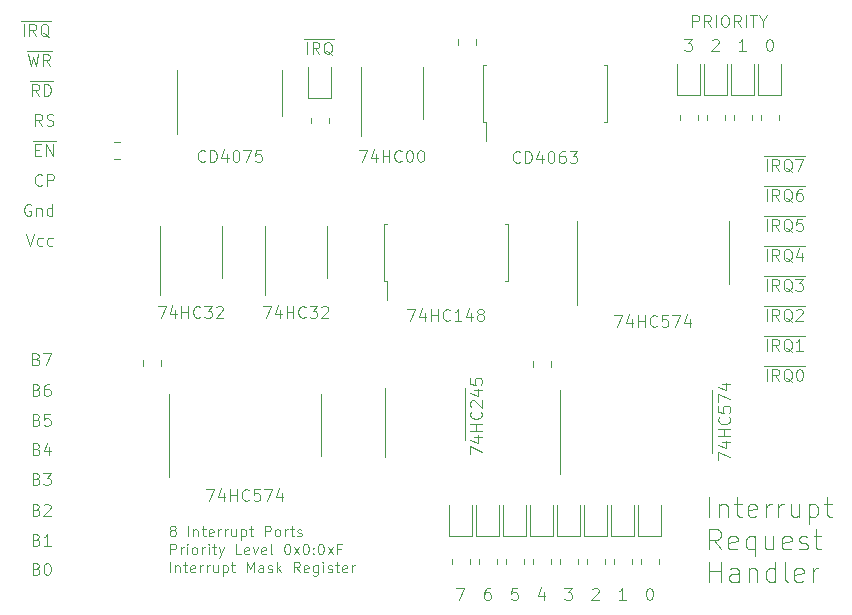
<source format=gbr>
%TF.GenerationSoftware,KiCad,Pcbnew,(6.0.0-0)*%
%TF.CreationDate,2022-02-14T21:23:04-05:00*%
%TF.ProjectId,new-interrupt-handler,6e65772d-696e-4746-9572-727570742d68,rev?*%
%TF.SameCoordinates,Original*%
%TF.FileFunction,Legend,Top*%
%TF.FilePolarity,Positive*%
%FSLAX46Y46*%
G04 Gerber Fmt 4.6, Leading zero omitted, Abs format (unit mm)*
G04 Created by KiCad (PCBNEW (6.0.0-0)) date 2022-02-14 21:23:04*
%MOMM*%
%LPD*%
G01*
G04 APERTURE LIST*
%ADD10C,0.100000*%
%ADD11C,0.120000*%
G04 APERTURE END LIST*
D10*
X96799285Y-125883142D02*
X96799285Y-124983142D01*
X97227857Y-125283142D02*
X97227857Y-125883142D01*
X97227857Y-125368857D02*
X97270714Y-125326000D01*
X97356428Y-125283142D01*
X97485000Y-125283142D01*
X97570714Y-125326000D01*
X97613571Y-125411714D01*
X97613571Y-125883142D01*
X97913571Y-125283142D02*
X98256428Y-125283142D01*
X98042142Y-124983142D02*
X98042142Y-125754571D01*
X98085000Y-125840285D01*
X98170714Y-125883142D01*
X98256428Y-125883142D01*
X98899285Y-125840285D02*
X98813571Y-125883142D01*
X98642142Y-125883142D01*
X98556428Y-125840285D01*
X98513571Y-125754571D01*
X98513571Y-125411714D01*
X98556428Y-125326000D01*
X98642142Y-125283142D01*
X98813571Y-125283142D01*
X98899285Y-125326000D01*
X98942142Y-125411714D01*
X98942142Y-125497428D01*
X98513571Y-125583142D01*
X99327857Y-125883142D02*
X99327857Y-125283142D01*
X99327857Y-125454571D02*
X99370714Y-125368857D01*
X99413571Y-125326000D01*
X99499285Y-125283142D01*
X99585000Y-125283142D01*
X99885000Y-125883142D02*
X99885000Y-125283142D01*
X99885000Y-125454571D02*
X99927857Y-125368857D01*
X99970714Y-125326000D01*
X100056428Y-125283142D01*
X100142142Y-125283142D01*
X100827857Y-125283142D02*
X100827857Y-125883142D01*
X100442142Y-125283142D02*
X100442142Y-125754571D01*
X100485000Y-125840285D01*
X100570714Y-125883142D01*
X100699285Y-125883142D01*
X100785000Y-125840285D01*
X100827857Y-125797428D01*
X101256428Y-125283142D02*
X101256428Y-126183142D01*
X101256428Y-125326000D02*
X101342142Y-125283142D01*
X101513571Y-125283142D01*
X101599285Y-125326000D01*
X101642142Y-125368857D01*
X101685000Y-125454571D01*
X101685000Y-125711714D01*
X101642142Y-125797428D01*
X101599285Y-125840285D01*
X101513571Y-125883142D01*
X101342142Y-125883142D01*
X101256428Y-125840285D01*
X101942142Y-125283142D02*
X102285000Y-125283142D01*
X102070714Y-124983142D02*
X102070714Y-125754571D01*
X102113571Y-125840285D01*
X102199285Y-125883142D01*
X102285000Y-125883142D01*
X103270714Y-125883142D02*
X103270714Y-124983142D01*
X103570714Y-125626000D01*
X103870714Y-124983142D01*
X103870714Y-125883142D01*
X104685000Y-125883142D02*
X104685000Y-125411714D01*
X104642142Y-125326000D01*
X104556428Y-125283142D01*
X104385000Y-125283142D01*
X104299285Y-125326000D01*
X104685000Y-125840285D02*
X104599285Y-125883142D01*
X104385000Y-125883142D01*
X104299285Y-125840285D01*
X104256428Y-125754571D01*
X104256428Y-125668857D01*
X104299285Y-125583142D01*
X104385000Y-125540285D01*
X104599285Y-125540285D01*
X104685000Y-125497428D01*
X105070714Y-125840285D02*
X105156428Y-125883142D01*
X105327857Y-125883142D01*
X105413571Y-125840285D01*
X105456428Y-125754571D01*
X105456428Y-125711714D01*
X105413571Y-125626000D01*
X105327857Y-125583142D01*
X105199285Y-125583142D01*
X105113571Y-125540285D01*
X105070714Y-125454571D01*
X105070714Y-125411714D01*
X105113571Y-125326000D01*
X105199285Y-125283142D01*
X105327857Y-125283142D01*
X105413571Y-125326000D01*
X105842142Y-125883142D02*
X105842142Y-124983142D01*
X105927857Y-125540285D02*
X106185000Y-125883142D01*
X106185000Y-125283142D02*
X105842142Y-125626000D01*
X107770714Y-125883142D02*
X107470714Y-125454571D01*
X107256428Y-125883142D02*
X107256428Y-124983142D01*
X107599285Y-124983142D01*
X107685000Y-125026000D01*
X107727857Y-125068857D01*
X107770714Y-125154571D01*
X107770714Y-125283142D01*
X107727857Y-125368857D01*
X107685000Y-125411714D01*
X107599285Y-125454571D01*
X107256428Y-125454571D01*
X108499285Y-125840285D02*
X108413571Y-125883142D01*
X108242142Y-125883142D01*
X108156428Y-125840285D01*
X108113571Y-125754571D01*
X108113571Y-125411714D01*
X108156428Y-125326000D01*
X108242142Y-125283142D01*
X108413571Y-125283142D01*
X108499285Y-125326000D01*
X108542142Y-125411714D01*
X108542142Y-125497428D01*
X108113571Y-125583142D01*
X109313571Y-125283142D02*
X109313571Y-126011714D01*
X109270714Y-126097428D01*
X109227857Y-126140285D01*
X109142142Y-126183142D01*
X109013571Y-126183142D01*
X108927857Y-126140285D01*
X109313571Y-125840285D02*
X109227857Y-125883142D01*
X109056428Y-125883142D01*
X108970714Y-125840285D01*
X108927857Y-125797428D01*
X108885000Y-125711714D01*
X108885000Y-125454571D01*
X108927857Y-125368857D01*
X108970714Y-125326000D01*
X109056428Y-125283142D01*
X109227857Y-125283142D01*
X109313571Y-125326000D01*
X109742142Y-125883142D02*
X109742142Y-125283142D01*
X109742142Y-124983142D02*
X109699285Y-125026000D01*
X109742142Y-125068857D01*
X109785000Y-125026000D01*
X109742142Y-124983142D01*
X109742142Y-125068857D01*
X110127857Y-125840285D02*
X110213571Y-125883142D01*
X110385000Y-125883142D01*
X110470714Y-125840285D01*
X110513571Y-125754571D01*
X110513571Y-125711714D01*
X110470714Y-125626000D01*
X110385000Y-125583142D01*
X110256428Y-125583142D01*
X110170714Y-125540285D01*
X110127857Y-125454571D01*
X110127857Y-125411714D01*
X110170714Y-125326000D01*
X110256428Y-125283142D01*
X110385000Y-125283142D01*
X110470714Y-125326000D01*
X110770714Y-125283142D02*
X111113571Y-125283142D01*
X110899285Y-124983142D02*
X110899285Y-125754571D01*
X110942142Y-125840285D01*
X111027857Y-125883142D01*
X111113571Y-125883142D01*
X111756428Y-125840285D02*
X111670714Y-125883142D01*
X111499285Y-125883142D01*
X111413571Y-125840285D01*
X111370714Y-125754571D01*
X111370714Y-125411714D01*
X111413571Y-125326000D01*
X111499285Y-125283142D01*
X111670714Y-125283142D01*
X111756428Y-125326000D01*
X111799285Y-125411714D01*
X111799285Y-125497428D01*
X111370714Y-125583142D01*
X112185000Y-125883142D02*
X112185000Y-125283142D01*
X112185000Y-125454571D02*
X112227857Y-125368857D01*
X112270714Y-125326000D01*
X112356428Y-125283142D01*
X112442142Y-125283142D01*
X135380523Y-128214380D02*
X134809095Y-128214380D01*
X135094809Y-128214380D02*
X135094809Y-127214380D01*
X134999571Y-127357238D01*
X134904333Y-127452476D01*
X134809095Y-127500095D01*
X85482428Y-120578571D02*
X85625285Y-120626190D01*
X85672904Y-120673809D01*
X85720523Y-120769047D01*
X85720523Y-120911904D01*
X85672904Y-121007142D01*
X85625285Y-121054761D01*
X85530047Y-121102380D01*
X85149095Y-121102380D01*
X85149095Y-120102380D01*
X85482428Y-120102380D01*
X85577666Y-120150000D01*
X85625285Y-120197619D01*
X85672904Y-120292857D01*
X85672904Y-120388095D01*
X85625285Y-120483333D01*
X85577666Y-120530952D01*
X85482428Y-120578571D01*
X85149095Y-120578571D01*
X86101476Y-120197619D02*
X86149095Y-120150000D01*
X86244333Y-120102380D01*
X86482428Y-120102380D01*
X86577666Y-120150000D01*
X86625285Y-120197619D01*
X86672904Y-120292857D01*
X86672904Y-120388095D01*
X86625285Y-120530952D01*
X86053857Y-121102380D01*
X86672904Y-121102380D01*
X147080809Y-105850000D02*
X147557000Y-105850000D01*
X147318904Y-107132380D02*
X147318904Y-106132380D01*
X147557000Y-105850000D02*
X148557000Y-105850000D01*
X148366523Y-107132380D02*
X148033190Y-106656190D01*
X147795095Y-107132380D02*
X147795095Y-106132380D01*
X148176047Y-106132380D01*
X148271285Y-106180000D01*
X148318904Y-106227619D01*
X148366523Y-106322857D01*
X148366523Y-106465714D01*
X148318904Y-106560952D01*
X148271285Y-106608571D01*
X148176047Y-106656190D01*
X147795095Y-106656190D01*
X148557000Y-105850000D02*
X149604619Y-105850000D01*
X149461761Y-107227619D02*
X149366523Y-107180000D01*
X149271285Y-107084761D01*
X149128428Y-106941904D01*
X149033190Y-106894285D01*
X148937952Y-106894285D01*
X148985571Y-107132380D02*
X148890333Y-107084761D01*
X148795095Y-106989523D01*
X148747476Y-106799047D01*
X148747476Y-106465714D01*
X148795095Y-106275238D01*
X148890333Y-106180000D01*
X148985571Y-106132380D01*
X149176047Y-106132380D01*
X149271285Y-106180000D01*
X149366523Y-106275238D01*
X149414142Y-106465714D01*
X149414142Y-106799047D01*
X149366523Y-106989523D01*
X149271285Y-107084761D01*
X149176047Y-107132380D01*
X148985571Y-107132380D01*
X149604619Y-105850000D02*
X150557000Y-105850000D01*
X150366523Y-107132380D02*
X149795095Y-107132380D01*
X150080809Y-107132380D02*
X150080809Y-106132380D01*
X149985571Y-106275238D01*
X149890333Y-106370476D01*
X149795095Y-106418095D01*
X147080809Y-100770000D02*
X147557000Y-100770000D01*
X147318904Y-102052380D02*
X147318904Y-101052380D01*
X147557000Y-100770000D02*
X148557000Y-100770000D01*
X148366523Y-102052380D02*
X148033190Y-101576190D01*
X147795095Y-102052380D02*
X147795095Y-101052380D01*
X148176047Y-101052380D01*
X148271285Y-101100000D01*
X148318904Y-101147619D01*
X148366523Y-101242857D01*
X148366523Y-101385714D01*
X148318904Y-101480952D01*
X148271285Y-101528571D01*
X148176047Y-101576190D01*
X147795095Y-101576190D01*
X148557000Y-100770000D02*
X149604619Y-100770000D01*
X149461761Y-102147619D02*
X149366523Y-102100000D01*
X149271285Y-102004761D01*
X149128428Y-101861904D01*
X149033190Y-101814285D01*
X148937952Y-101814285D01*
X148985571Y-102052380D02*
X148890333Y-102004761D01*
X148795095Y-101909523D01*
X148747476Y-101719047D01*
X148747476Y-101385714D01*
X148795095Y-101195238D01*
X148890333Y-101100000D01*
X148985571Y-101052380D01*
X149176047Y-101052380D01*
X149271285Y-101100000D01*
X149366523Y-101195238D01*
X149414142Y-101385714D01*
X149414142Y-101719047D01*
X149366523Y-101909523D01*
X149271285Y-102004761D01*
X149176047Y-102052380D01*
X148985571Y-102052380D01*
X149604619Y-100770000D02*
X150557000Y-100770000D01*
X149747476Y-101052380D02*
X150366523Y-101052380D01*
X150033190Y-101433333D01*
X150176047Y-101433333D01*
X150271285Y-101480952D01*
X150318904Y-101528571D01*
X150366523Y-101623809D01*
X150366523Y-101861904D01*
X150318904Y-101957142D01*
X150271285Y-102004761D01*
X150176047Y-102052380D01*
X149890333Y-102052380D01*
X149795095Y-102004761D01*
X149747476Y-101957142D01*
X147080809Y-108390000D02*
X147557000Y-108390000D01*
X147318904Y-109672380D02*
X147318904Y-108672380D01*
X147557000Y-108390000D02*
X148557000Y-108390000D01*
X148366523Y-109672380D02*
X148033190Y-109196190D01*
X147795095Y-109672380D02*
X147795095Y-108672380D01*
X148176047Y-108672380D01*
X148271285Y-108720000D01*
X148318904Y-108767619D01*
X148366523Y-108862857D01*
X148366523Y-109005714D01*
X148318904Y-109100952D01*
X148271285Y-109148571D01*
X148176047Y-109196190D01*
X147795095Y-109196190D01*
X148557000Y-108390000D02*
X149604619Y-108390000D01*
X149461761Y-109767619D02*
X149366523Y-109720000D01*
X149271285Y-109624761D01*
X149128428Y-109481904D01*
X149033190Y-109434285D01*
X148937952Y-109434285D01*
X148985571Y-109672380D02*
X148890333Y-109624761D01*
X148795095Y-109529523D01*
X148747476Y-109339047D01*
X148747476Y-109005714D01*
X148795095Y-108815238D01*
X148890333Y-108720000D01*
X148985571Y-108672380D01*
X149176047Y-108672380D01*
X149271285Y-108720000D01*
X149366523Y-108815238D01*
X149414142Y-109005714D01*
X149414142Y-109339047D01*
X149366523Y-109529523D01*
X149271285Y-109624761D01*
X149176047Y-109672380D01*
X148985571Y-109672380D01*
X149604619Y-108390000D02*
X150557000Y-108390000D01*
X150033190Y-108672380D02*
X150128428Y-108672380D01*
X150223666Y-108720000D01*
X150271285Y-108767619D01*
X150318904Y-108862857D01*
X150366523Y-109053333D01*
X150366523Y-109291428D01*
X150318904Y-109481904D01*
X150271285Y-109577142D01*
X150223666Y-109624761D01*
X150128428Y-109672380D01*
X150033190Y-109672380D01*
X149937952Y-109624761D01*
X149890333Y-109577142D01*
X149842714Y-109481904D01*
X149795095Y-109291428D01*
X149795095Y-109053333D01*
X149842714Y-108862857D01*
X149890333Y-108767619D01*
X149937952Y-108720000D01*
X150033190Y-108672380D01*
X85472428Y-107828571D02*
X85615285Y-107876190D01*
X85662904Y-107923809D01*
X85710523Y-108019047D01*
X85710523Y-108161904D01*
X85662904Y-108257142D01*
X85615285Y-108304761D01*
X85520047Y-108352380D01*
X85139095Y-108352380D01*
X85139095Y-107352380D01*
X85472428Y-107352380D01*
X85567666Y-107400000D01*
X85615285Y-107447619D01*
X85662904Y-107542857D01*
X85662904Y-107638095D01*
X85615285Y-107733333D01*
X85567666Y-107780952D01*
X85472428Y-107828571D01*
X85139095Y-107828571D01*
X86043857Y-107352380D02*
X86710523Y-107352380D01*
X86281952Y-108352380D01*
X132523095Y-127309619D02*
X132570714Y-127262000D01*
X132665952Y-127214380D01*
X132904047Y-127214380D01*
X132999285Y-127262000D01*
X133046904Y-127309619D01*
X133094523Y-127404857D01*
X133094523Y-127500095D01*
X133046904Y-127642952D01*
X132475476Y-128214380D01*
X133094523Y-128214380D01*
X85964523Y-93067142D02*
X85916904Y-93114761D01*
X85774047Y-93162380D01*
X85678809Y-93162380D01*
X85535952Y-93114761D01*
X85440714Y-93019523D01*
X85393095Y-92924285D01*
X85345476Y-92733809D01*
X85345476Y-92590952D01*
X85393095Y-92400476D01*
X85440714Y-92305238D01*
X85535952Y-92210000D01*
X85678809Y-92162380D01*
X85774047Y-92162380D01*
X85916904Y-92210000D01*
X85964523Y-92257619D01*
X86393095Y-93162380D02*
X86393095Y-92162380D01*
X86774047Y-92162380D01*
X86869285Y-92210000D01*
X86916904Y-92257619D01*
X86964523Y-92352857D01*
X86964523Y-92495714D01*
X86916904Y-92590952D01*
X86869285Y-92638571D01*
X86774047Y-92686190D01*
X86393095Y-92686190D01*
X140349476Y-80732380D02*
X140968523Y-80732380D01*
X140635190Y-81113333D01*
X140778047Y-81113333D01*
X140873285Y-81160952D01*
X140920904Y-81208571D01*
X140968523Y-81303809D01*
X140968523Y-81541904D01*
X140920904Y-81637142D01*
X140873285Y-81684761D01*
X140778047Y-81732380D01*
X140492333Y-81732380D01*
X140397095Y-81684761D01*
X140349476Y-81637142D01*
X85482428Y-123118571D02*
X85625285Y-123166190D01*
X85672904Y-123213809D01*
X85720523Y-123309047D01*
X85720523Y-123451904D01*
X85672904Y-123547142D01*
X85625285Y-123594761D01*
X85530047Y-123642380D01*
X85149095Y-123642380D01*
X85149095Y-122642380D01*
X85482428Y-122642380D01*
X85577666Y-122690000D01*
X85625285Y-122737619D01*
X85672904Y-122832857D01*
X85672904Y-122928095D01*
X85625285Y-123023333D01*
X85577666Y-123070952D01*
X85482428Y-123118571D01*
X85149095Y-123118571D01*
X86672904Y-123642380D02*
X86101476Y-123642380D01*
X86387190Y-123642380D02*
X86387190Y-122642380D01*
X86291952Y-122785238D01*
X86196714Y-122880476D01*
X86101476Y-122928095D01*
X147080809Y-98230000D02*
X147557000Y-98230000D01*
X147318904Y-99512380D02*
X147318904Y-98512380D01*
X147557000Y-98230000D02*
X148557000Y-98230000D01*
X148366523Y-99512380D02*
X148033190Y-99036190D01*
X147795095Y-99512380D02*
X147795095Y-98512380D01*
X148176047Y-98512380D01*
X148271285Y-98560000D01*
X148318904Y-98607619D01*
X148366523Y-98702857D01*
X148366523Y-98845714D01*
X148318904Y-98940952D01*
X148271285Y-98988571D01*
X148176047Y-99036190D01*
X147795095Y-99036190D01*
X148557000Y-98230000D02*
X149604619Y-98230000D01*
X149461761Y-99607619D02*
X149366523Y-99560000D01*
X149271285Y-99464761D01*
X149128428Y-99321904D01*
X149033190Y-99274285D01*
X148937952Y-99274285D01*
X148985571Y-99512380D02*
X148890333Y-99464761D01*
X148795095Y-99369523D01*
X148747476Y-99179047D01*
X148747476Y-98845714D01*
X148795095Y-98655238D01*
X148890333Y-98560000D01*
X148985571Y-98512380D01*
X149176047Y-98512380D01*
X149271285Y-98560000D01*
X149366523Y-98655238D01*
X149414142Y-98845714D01*
X149414142Y-99179047D01*
X149366523Y-99369523D01*
X149271285Y-99464761D01*
X149176047Y-99512380D01*
X148985571Y-99512380D01*
X149604619Y-98230000D02*
X150557000Y-98230000D01*
X150271285Y-98845714D02*
X150271285Y-99512380D01*
X150033190Y-98464761D02*
X149795095Y-99179047D01*
X150414142Y-99179047D01*
X84165000Y-79200000D02*
X84641190Y-79200000D01*
X84403095Y-80482380D02*
X84403095Y-79482380D01*
X84641190Y-79200000D02*
X85641190Y-79200000D01*
X85450714Y-80482380D02*
X85117380Y-80006190D01*
X84879285Y-80482380D02*
X84879285Y-79482380D01*
X85260238Y-79482380D01*
X85355476Y-79530000D01*
X85403095Y-79577619D01*
X85450714Y-79672857D01*
X85450714Y-79815714D01*
X85403095Y-79910952D01*
X85355476Y-79958571D01*
X85260238Y-80006190D01*
X84879285Y-80006190D01*
X85641190Y-79200000D02*
X86688809Y-79200000D01*
X86545952Y-80577619D02*
X86450714Y-80530000D01*
X86355476Y-80434761D01*
X86212619Y-80291904D01*
X86117380Y-80244285D01*
X86022142Y-80244285D01*
X86069761Y-80482380D02*
X85974523Y-80434761D01*
X85879285Y-80339523D01*
X85831666Y-80149047D01*
X85831666Y-79815714D01*
X85879285Y-79625238D01*
X85974523Y-79530000D01*
X86069761Y-79482380D01*
X86260238Y-79482380D01*
X86355476Y-79530000D01*
X86450714Y-79625238D01*
X86498333Y-79815714D01*
X86498333Y-80149047D01*
X86450714Y-80339523D01*
X86355476Y-80434761D01*
X86260238Y-80482380D01*
X86069761Y-80482380D01*
X123855285Y-127214380D02*
X123664809Y-127214380D01*
X123569571Y-127262000D01*
X123521952Y-127309619D01*
X123426714Y-127452476D01*
X123379095Y-127642952D01*
X123379095Y-128023904D01*
X123426714Y-128119142D01*
X123474333Y-128166761D01*
X123569571Y-128214380D01*
X123760047Y-128214380D01*
X123855285Y-128166761D01*
X123902904Y-128119142D01*
X123950523Y-128023904D01*
X123950523Y-127785809D01*
X123902904Y-127690571D01*
X123855285Y-127642952D01*
X123760047Y-127595333D01*
X123569571Y-127595333D01*
X123474333Y-127642952D01*
X123426714Y-127690571D01*
X123379095Y-127785809D01*
X84580809Y-97242380D02*
X84914142Y-98242380D01*
X85247476Y-97242380D01*
X86009380Y-98194761D02*
X85914142Y-98242380D01*
X85723666Y-98242380D01*
X85628428Y-98194761D01*
X85580809Y-98147142D01*
X85533190Y-98051904D01*
X85533190Y-97766190D01*
X85580809Y-97670952D01*
X85628428Y-97623333D01*
X85723666Y-97575714D01*
X85914142Y-97575714D01*
X86009380Y-97623333D01*
X86866523Y-98194761D02*
X86771285Y-98242380D01*
X86580809Y-98242380D01*
X86485571Y-98194761D01*
X86437952Y-98147142D01*
X86390333Y-98051904D01*
X86390333Y-97766190D01*
X86437952Y-97670952D01*
X86485571Y-97623333D01*
X86580809Y-97575714D01*
X86771285Y-97575714D01*
X86866523Y-97623333D01*
X147080809Y-95690000D02*
X147557000Y-95690000D01*
X147318904Y-96972380D02*
X147318904Y-95972380D01*
X147557000Y-95690000D02*
X148557000Y-95690000D01*
X148366523Y-96972380D02*
X148033190Y-96496190D01*
X147795095Y-96972380D02*
X147795095Y-95972380D01*
X148176047Y-95972380D01*
X148271285Y-96020000D01*
X148318904Y-96067619D01*
X148366523Y-96162857D01*
X148366523Y-96305714D01*
X148318904Y-96400952D01*
X148271285Y-96448571D01*
X148176047Y-96496190D01*
X147795095Y-96496190D01*
X148557000Y-95690000D02*
X149604619Y-95690000D01*
X149461761Y-97067619D02*
X149366523Y-97020000D01*
X149271285Y-96924761D01*
X149128428Y-96781904D01*
X149033190Y-96734285D01*
X148937952Y-96734285D01*
X148985571Y-96972380D02*
X148890333Y-96924761D01*
X148795095Y-96829523D01*
X148747476Y-96639047D01*
X148747476Y-96305714D01*
X148795095Y-96115238D01*
X148890333Y-96020000D01*
X148985571Y-95972380D01*
X149176047Y-95972380D01*
X149271285Y-96020000D01*
X149366523Y-96115238D01*
X149414142Y-96305714D01*
X149414142Y-96639047D01*
X149366523Y-96829523D01*
X149271285Y-96924761D01*
X149176047Y-96972380D01*
X148985571Y-96972380D01*
X149604619Y-95690000D02*
X150557000Y-95690000D01*
X150318904Y-95972380D02*
X149842714Y-95972380D01*
X149795095Y-96448571D01*
X149842714Y-96400952D01*
X149937952Y-96353333D01*
X150176047Y-96353333D01*
X150271285Y-96400952D01*
X150318904Y-96448571D01*
X150366523Y-96543809D01*
X150366523Y-96781904D01*
X150318904Y-96877142D01*
X150271285Y-96924761D01*
X150176047Y-96972380D01*
X149937952Y-96972380D01*
X149842714Y-96924761D01*
X149795095Y-96877142D01*
X85009380Y-94750000D02*
X84914142Y-94702380D01*
X84771285Y-94702380D01*
X84628428Y-94750000D01*
X84533190Y-94845238D01*
X84485571Y-94940476D01*
X84437952Y-95130952D01*
X84437952Y-95273809D01*
X84485571Y-95464285D01*
X84533190Y-95559523D01*
X84628428Y-95654761D01*
X84771285Y-95702380D01*
X84866523Y-95702380D01*
X85009380Y-95654761D01*
X85057000Y-95607142D01*
X85057000Y-95273809D01*
X84866523Y-95273809D01*
X85485571Y-95035714D02*
X85485571Y-95702380D01*
X85485571Y-95130952D02*
X85533190Y-95083333D01*
X85628428Y-95035714D01*
X85771285Y-95035714D01*
X85866523Y-95083333D01*
X85914142Y-95178571D01*
X85914142Y-95702380D01*
X86818904Y-95702380D02*
X86818904Y-94702380D01*
X86818904Y-95654761D02*
X86723666Y-95702380D01*
X86533190Y-95702380D01*
X86437952Y-95654761D01*
X86390333Y-95607142D01*
X86342714Y-95511904D01*
X86342714Y-95226190D01*
X86390333Y-95130952D01*
X86437952Y-95083333D01*
X86533190Y-95035714D01*
X86723666Y-95035714D01*
X86818904Y-95083333D01*
X121045476Y-127214380D02*
X121712142Y-127214380D01*
X121283571Y-128214380D01*
X85482428Y-125588571D02*
X85625285Y-125636190D01*
X85672904Y-125683809D01*
X85720523Y-125779047D01*
X85720523Y-125921904D01*
X85672904Y-126017142D01*
X85625285Y-126064761D01*
X85530047Y-126112380D01*
X85149095Y-126112380D01*
X85149095Y-125112380D01*
X85482428Y-125112380D01*
X85577666Y-125160000D01*
X85625285Y-125207619D01*
X85672904Y-125302857D01*
X85672904Y-125398095D01*
X85625285Y-125493333D01*
X85577666Y-125540952D01*
X85482428Y-125588571D01*
X85149095Y-125588571D01*
X86339571Y-125112380D02*
X86434809Y-125112380D01*
X86530047Y-125160000D01*
X86577666Y-125207619D01*
X86625285Y-125302857D01*
X86672904Y-125493333D01*
X86672904Y-125731428D01*
X86625285Y-125921904D01*
X86577666Y-126017142D01*
X86530047Y-126064761D01*
X86434809Y-126112380D01*
X86339571Y-126112380D01*
X86244333Y-126064761D01*
X86196714Y-126017142D01*
X86149095Y-125921904D01*
X86101476Y-125731428D01*
X86101476Y-125493333D01*
X86149095Y-125302857D01*
X86196714Y-125207619D01*
X86244333Y-125160000D01*
X86339571Y-125112380D01*
X147080809Y-93150000D02*
X147557000Y-93150000D01*
X147318904Y-94432380D02*
X147318904Y-93432380D01*
X147557000Y-93150000D02*
X148557000Y-93150000D01*
X148366523Y-94432380D02*
X148033190Y-93956190D01*
X147795095Y-94432380D02*
X147795095Y-93432380D01*
X148176047Y-93432380D01*
X148271285Y-93480000D01*
X148318904Y-93527619D01*
X148366523Y-93622857D01*
X148366523Y-93765714D01*
X148318904Y-93860952D01*
X148271285Y-93908571D01*
X148176047Y-93956190D01*
X147795095Y-93956190D01*
X148557000Y-93150000D02*
X149604619Y-93150000D01*
X149461761Y-94527619D02*
X149366523Y-94480000D01*
X149271285Y-94384761D01*
X149128428Y-94241904D01*
X149033190Y-94194285D01*
X148937952Y-94194285D01*
X148985571Y-94432380D02*
X148890333Y-94384761D01*
X148795095Y-94289523D01*
X148747476Y-94099047D01*
X148747476Y-93765714D01*
X148795095Y-93575238D01*
X148890333Y-93480000D01*
X148985571Y-93432380D01*
X149176047Y-93432380D01*
X149271285Y-93480000D01*
X149366523Y-93575238D01*
X149414142Y-93765714D01*
X149414142Y-94099047D01*
X149366523Y-94289523D01*
X149271285Y-94384761D01*
X149176047Y-94432380D01*
X148985571Y-94432380D01*
X149604619Y-93150000D02*
X150557000Y-93150000D01*
X150271285Y-93432380D02*
X150080809Y-93432380D01*
X149985571Y-93480000D01*
X149937952Y-93527619D01*
X149842714Y-93670476D01*
X149795095Y-93860952D01*
X149795095Y-94241904D01*
X149842714Y-94337142D01*
X149890333Y-94384761D01*
X149985571Y-94432380D01*
X150176047Y-94432380D01*
X150271285Y-94384761D01*
X150318904Y-94337142D01*
X150366523Y-94241904D01*
X150366523Y-94003809D01*
X150318904Y-93908571D01*
X150271285Y-93860952D01*
X150176047Y-93813333D01*
X149985571Y-93813333D01*
X149890333Y-93860952D01*
X149842714Y-93908571D01*
X149795095Y-94003809D01*
X137333190Y-127214380D02*
X137428428Y-127214380D01*
X137523666Y-127262000D01*
X137571285Y-127309619D01*
X137618904Y-127404857D01*
X137666523Y-127595333D01*
X137666523Y-127833428D01*
X137618904Y-128023904D01*
X137571285Y-128119142D01*
X137523666Y-128166761D01*
X137428428Y-128214380D01*
X137333190Y-128214380D01*
X137237952Y-128166761D01*
X137190333Y-128119142D01*
X137142714Y-128023904D01*
X137095095Y-127833428D01*
X137095095Y-127595333D01*
X137142714Y-127404857D01*
X137190333Y-127309619D01*
X137237952Y-127262000D01*
X137333190Y-127214380D01*
X142683095Y-80827619D02*
X142730714Y-80780000D01*
X142825952Y-80732380D01*
X143064047Y-80732380D01*
X143159285Y-80780000D01*
X143206904Y-80827619D01*
X143254523Y-80922857D01*
X143254523Y-81018095D01*
X143206904Y-81160952D01*
X142635476Y-81732380D01*
X143254523Y-81732380D01*
X142455761Y-121222047D02*
X142455761Y-119522047D01*
X143265285Y-120088714D02*
X143265285Y-121222047D01*
X143265285Y-120250619D02*
X143346238Y-120169666D01*
X143508142Y-120088714D01*
X143751000Y-120088714D01*
X143912904Y-120169666D01*
X143993857Y-120331571D01*
X143993857Y-121222047D01*
X144560523Y-120088714D02*
X145208142Y-120088714D01*
X144803380Y-119522047D02*
X144803380Y-120979190D01*
X144884333Y-121141095D01*
X145046238Y-121222047D01*
X145208142Y-121222047D01*
X146422428Y-121141095D02*
X146260523Y-121222047D01*
X145936714Y-121222047D01*
X145774809Y-121141095D01*
X145693857Y-120979190D01*
X145693857Y-120331571D01*
X145774809Y-120169666D01*
X145936714Y-120088714D01*
X146260523Y-120088714D01*
X146422428Y-120169666D01*
X146503380Y-120331571D01*
X146503380Y-120493476D01*
X145693857Y-120655380D01*
X147231952Y-121222047D02*
X147231952Y-120088714D01*
X147231952Y-120412523D02*
X147312904Y-120250619D01*
X147393857Y-120169666D01*
X147555761Y-120088714D01*
X147717666Y-120088714D01*
X148284333Y-121222047D02*
X148284333Y-120088714D01*
X148284333Y-120412523D02*
X148365285Y-120250619D01*
X148446238Y-120169666D01*
X148608142Y-120088714D01*
X148770047Y-120088714D01*
X150065285Y-120088714D02*
X150065285Y-121222047D01*
X149336714Y-120088714D02*
X149336714Y-120979190D01*
X149417666Y-121141095D01*
X149579571Y-121222047D01*
X149822428Y-121222047D01*
X149984333Y-121141095D01*
X150065285Y-121060142D01*
X150874809Y-120088714D02*
X150874809Y-121788714D01*
X150874809Y-120169666D02*
X151036714Y-120088714D01*
X151360523Y-120088714D01*
X151522428Y-120169666D01*
X151603380Y-120250619D01*
X151684333Y-120412523D01*
X151684333Y-120898238D01*
X151603380Y-121060142D01*
X151522428Y-121141095D01*
X151360523Y-121222047D01*
X151036714Y-121222047D01*
X150874809Y-121141095D01*
X152170047Y-120088714D02*
X152817666Y-120088714D01*
X152412904Y-119522047D02*
X152412904Y-120979190D01*
X152493857Y-121141095D01*
X152655761Y-121222047D01*
X152817666Y-121222047D01*
X143427190Y-123959047D02*
X142860523Y-123149523D01*
X142455761Y-123959047D02*
X142455761Y-122259047D01*
X143103380Y-122259047D01*
X143265285Y-122340000D01*
X143346238Y-122420952D01*
X143427190Y-122582857D01*
X143427190Y-122825714D01*
X143346238Y-122987619D01*
X143265285Y-123068571D01*
X143103380Y-123149523D01*
X142455761Y-123149523D01*
X144803380Y-123878095D02*
X144641476Y-123959047D01*
X144317666Y-123959047D01*
X144155761Y-123878095D01*
X144074809Y-123716190D01*
X144074809Y-123068571D01*
X144155761Y-122906666D01*
X144317666Y-122825714D01*
X144641476Y-122825714D01*
X144803380Y-122906666D01*
X144884333Y-123068571D01*
X144884333Y-123230476D01*
X144074809Y-123392380D01*
X146341476Y-122825714D02*
X146341476Y-124525714D01*
X146341476Y-123878095D02*
X146179571Y-123959047D01*
X145855761Y-123959047D01*
X145693857Y-123878095D01*
X145612904Y-123797142D01*
X145531952Y-123635238D01*
X145531952Y-123149523D01*
X145612904Y-122987619D01*
X145693857Y-122906666D01*
X145855761Y-122825714D01*
X146179571Y-122825714D01*
X146341476Y-122906666D01*
X147879571Y-122825714D02*
X147879571Y-123959047D01*
X147151000Y-122825714D02*
X147151000Y-123716190D01*
X147231952Y-123878095D01*
X147393857Y-123959047D01*
X147636714Y-123959047D01*
X147798619Y-123878095D01*
X147879571Y-123797142D01*
X149336714Y-123878095D02*
X149174809Y-123959047D01*
X148851000Y-123959047D01*
X148689095Y-123878095D01*
X148608142Y-123716190D01*
X148608142Y-123068571D01*
X148689095Y-122906666D01*
X148851000Y-122825714D01*
X149174809Y-122825714D01*
X149336714Y-122906666D01*
X149417666Y-123068571D01*
X149417666Y-123230476D01*
X148608142Y-123392380D01*
X150065285Y-123878095D02*
X150227190Y-123959047D01*
X150551000Y-123959047D01*
X150712904Y-123878095D01*
X150793857Y-123716190D01*
X150793857Y-123635238D01*
X150712904Y-123473333D01*
X150551000Y-123392380D01*
X150308142Y-123392380D01*
X150146238Y-123311428D01*
X150065285Y-123149523D01*
X150065285Y-123068571D01*
X150146238Y-122906666D01*
X150308142Y-122825714D01*
X150551000Y-122825714D01*
X150712904Y-122906666D01*
X151279571Y-122825714D02*
X151927190Y-122825714D01*
X151522428Y-122259047D02*
X151522428Y-123716190D01*
X151603380Y-123878095D01*
X151765285Y-123959047D01*
X151927190Y-123959047D01*
X142455761Y-126696047D02*
X142455761Y-124996047D01*
X142455761Y-125805571D02*
X143427190Y-125805571D01*
X143427190Y-126696047D02*
X143427190Y-124996047D01*
X144965285Y-126696047D02*
X144965285Y-125805571D01*
X144884333Y-125643666D01*
X144722428Y-125562714D01*
X144398619Y-125562714D01*
X144236714Y-125643666D01*
X144965285Y-126615095D02*
X144803380Y-126696047D01*
X144398619Y-126696047D01*
X144236714Y-126615095D01*
X144155761Y-126453190D01*
X144155761Y-126291285D01*
X144236714Y-126129380D01*
X144398619Y-126048428D01*
X144803380Y-126048428D01*
X144965285Y-125967476D01*
X145774809Y-125562714D02*
X145774809Y-126696047D01*
X145774809Y-125724619D02*
X145855761Y-125643666D01*
X146017666Y-125562714D01*
X146260523Y-125562714D01*
X146422428Y-125643666D01*
X146503380Y-125805571D01*
X146503380Y-126696047D01*
X148041476Y-126696047D02*
X148041476Y-124996047D01*
X148041476Y-126615095D02*
X147879571Y-126696047D01*
X147555761Y-126696047D01*
X147393857Y-126615095D01*
X147312904Y-126534142D01*
X147231952Y-126372238D01*
X147231952Y-125886523D01*
X147312904Y-125724619D01*
X147393857Y-125643666D01*
X147555761Y-125562714D01*
X147879571Y-125562714D01*
X148041476Y-125643666D01*
X149093857Y-126696047D02*
X148931952Y-126615095D01*
X148851000Y-126453190D01*
X148851000Y-124996047D01*
X150389095Y-126615095D02*
X150227190Y-126696047D01*
X149903380Y-126696047D01*
X149741476Y-126615095D01*
X149660523Y-126453190D01*
X149660523Y-125805571D01*
X149741476Y-125643666D01*
X149903380Y-125562714D01*
X150227190Y-125562714D01*
X150389095Y-125643666D01*
X150470047Y-125805571D01*
X150470047Y-125967476D01*
X149660523Y-126129380D01*
X151198619Y-126696047D02*
X151198619Y-125562714D01*
X151198619Y-125886523D02*
X151279571Y-125724619D01*
X151360523Y-125643666D01*
X151522428Y-125562714D01*
X151684333Y-125562714D01*
X85482428Y-110428571D02*
X85625285Y-110476190D01*
X85672904Y-110523809D01*
X85720523Y-110619047D01*
X85720523Y-110761904D01*
X85672904Y-110857142D01*
X85625285Y-110904761D01*
X85530047Y-110952380D01*
X85149095Y-110952380D01*
X85149095Y-109952380D01*
X85482428Y-109952380D01*
X85577666Y-110000000D01*
X85625285Y-110047619D01*
X85672904Y-110142857D01*
X85672904Y-110238095D01*
X85625285Y-110333333D01*
X85577666Y-110380952D01*
X85482428Y-110428571D01*
X85149095Y-110428571D01*
X86577666Y-109952380D02*
X86387190Y-109952380D01*
X86291952Y-110000000D01*
X86244333Y-110047619D01*
X86149095Y-110190476D01*
X86101476Y-110380952D01*
X86101476Y-110761904D01*
X86149095Y-110857142D01*
X86196714Y-110904761D01*
X86291952Y-110952380D01*
X86482428Y-110952380D01*
X86577666Y-110904761D01*
X86625285Y-110857142D01*
X86672904Y-110761904D01*
X86672904Y-110523809D01*
X86625285Y-110428571D01*
X86577666Y-110380952D01*
X86482428Y-110333333D01*
X86291952Y-110333333D01*
X86196714Y-110380952D01*
X86149095Y-110428571D01*
X86101476Y-110523809D01*
X145540523Y-81732380D02*
X144969095Y-81732380D01*
X145254809Y-81732380D02*
X145254809Y-80732380D01*
X145159571Y-80875238D01*
X145064333Y-80970476D01*
X144969095Y-81018095D01*
X85482428Y-117978571D02*
X85625285Y-118026190D01*
X85672904Y-118073809D01*
X85720523Y-118169047D01*
X85720523Y-118311904D01*
X85672904Y-118407142D01*
X85625285Y-118454761D01*
X85530047Y-118502380D01*
X85149095Y-118502380D01*
X85149095Y-117502380D01*
X85482428Y-117502380D01*
X85577666Y-117550000D01*
X85625285Y-117597619D01*
X85672904Y-117692857D01*
X85672904Y-117788095D01*
X85625285Y-117883333D01*
X85577666Y-117930952D01*
X85482428Y-117978571D01*
X85149095Y-117978571D01*
X86053857Y-117502380D02*
X86672904Y-117502380D01*
X86339571Y-117883333D01*
X86482428Y-117883333D01*
X86577666Y-117930952D01*
X86625285Y-117978571D01*
X86672904Y-118073809D01*
X86672904Y-118311904D01*
X86625285Y-118407142D01*
X86577666Y-118454761D01*
X86482428Y-118502380D01*
X86196714Y-118502380D01*
X86101476Y-118454761D01*
X86053857Y-118407142D01*
X141019095Y-79700380D02*
X141019095Y-78700380D01*
X141400047Y-78700380D01*
X141495285Y-78748000D01*
X141542904Y-78795619D01*
X141590523Y-78890857D01*
X141590523Y-79033714D01*
X141542904Y-79128952D01*
X141495285Y-79176571D01*
X141400047Y-79224190D01*
X141019095Y-79224190D01*
X142590523Y-79700380D02*
X142257190Y-79224190D01*
X142019095Y-79700380D02*
X142019095Y-78700380D01*
X142400047Y-78700380D01*
X142495285Y-78748000D01*
X142542904Y-78795619D01*
X142590523Y-78890857D01*
X142590523Y-79033714D01*
X142542904Y-79128952D01*
X142495285Y-79176571D01*
X142400047Y-79224190D01*
X142019095Y-79224190D01*
X143019095Y-79700380D02*
X143019095Y-78700380D01*
X143685761Y-78700380D02*
X143876238Y-78700380D01*
X143971476Y-78748000D01*
X144066714Y-78843238D01*
X144114333Y-79033714D01*
X144114333Y-79367047D01*
X144066714Y-79557523D01*
X143971476Y-79652761D01*
X143876238Y-79700380D01*
X143685761Y-79700380D01*
X143590523Y-79652761D01*
X143495285Y-79557523D01*
X143447666Y-79367047D01*
X143447666Y-79033714D01*
X143495285Y-78843238D01*
X143590523Y-78748000D01*
X143685761Y-78700380D01*
X145114333Y-79700380D02*
X144781000Y-79224190D01*
X144542904Y-79700380D02*
X144542904Y-78700380D01*
X144923857Y-78700380D01*
X145019095Y-78748000D01*
X145066714Y-78795619D01*
X145114333Y-78890857D01*
X145114333Y-79033714D01*
X145066714Y-79128952D01*
X145019095Y-79176571D01*
X144923857Y-79224190D01*
X144542904Y-79224190D01*
X145542904Y-79700380D02*
X145542904Y-78700380D01*
X145876238Y-78700380D02*
X146447666Y-78700380D01*
X146161952Y-79700380D02*
X146161952Y-78700380D01*
X146971476Y-79224190D02*
X146971476Y-79700380D01*
X146638142Y-78700380D02*
X146971476Y-79224190D01*
X147304809Y-78700380D01*
X147493190Y-80732380D02*
X147588428Y-80732380D01*
X147683666Y-80780000D01*
X147731285Y-80827619D01*
X147778904Y-80922857D01*
X147826523Y-81113333D01*
X147826523Y-81351428D01*
X147778904Y-81541904D01*
X147731285Y-81637142D01*
X147683666Y-81684761D01*
X147588428Y-81732380D01*
X147493190Y-81732380D01*
X147397952Y-81684761D01*
X147350333Y-81637142D01*
X147302714Y-81541904D01*
X147255095Y-81351428D01*
X147255095Y-81113333D01*
X147302714Y-80922857D01*
X147350333Y-80827619D01*
X147397952Y-80780000D01*
X147493190Y-80732380D01*
X85490428Y-115448571D02*
X85633285Y-115496190D01*
X85680904Y-115543809D01*
X85728523Y-115639047D01*
X85728523Y-115781904D01*
X85680904Y-115877142D01*
X85633285Y-115924761D01*
X85538047Y-115972380D01*
X85157095Y-115972380D01*
X85157095Y-114972380D01*
X85490428Y-114972380D01*
X85585666Y-115020000D01*
X85633285Y-115067619D01*
X85680904Y-115162857D01*
X85680904Y-115258095D01*
X85633285Y-115353333D01*
X85585666Y-115400952D01*
X85490428Y-115448571D01*
X85157095Y-115448571D01*
X86585666Y-115305714D02*
X86585666Y-115972380D01*
X86347571Y-114924761D02*
X86109476Y-115639047D01*
X86728523Y-115639047D01*
X147080809Y-103310000D02*
X147557000Y-103310000D01*
X147318904Y-104592380D02*
X147318904Y-103592380D01*
X147557000Y-103310000D02*
X148557000Y-103310000D01*
X148366523Y-104592380D02*
X148033190Y-104116190D01*
X147795095Y-104592380D02*
X147795095Y-103592380D01*
X148176047Y-103592380D01*
X148271285Y-103640000D01*
X148318904Y-103687619D01*
X148366523Y-103782857D01*
X148366523Y-103925714D01*
X148318904Y-104020952D01*
X148271285Y-104068571D01*
X148176047Y-104116190D01*
X147795095Y-104116190D01*
X148557000Y-103310000D02*
X149604619Y-103310000D01*
X149461761Y-104687619D02*
X149366523Y-104640000D01*
X149271285Y-104544761D01*
X149128428Y-104401904D01*
X149033190Y-104354285D01*
X148937952Y-104354285D01*
X148985571Y-104592380D02*
X148890333Y-104544761D01*
X148795095Y-104449523D01*
X148747476Y-104259047D01*
X148747476Y-103925714D01*
X148795095Y-103735238D01*
X148890333Y-103640000D01*
X148985571Y-103592380D01*
X149176047Y-103592380D01*
X149271285Y-103640000D01*
X149366523Y-103735238D01*
X149414142Y-103925714D01*
X149414142Y-104259047D01*
X149366523Y-104449523D01*
X149271285Y-104544761D01*
X149176047Y-104592380D01*
X148985571Y-104592380D01*
X149604619Y-103310000D02*
X150557000Y-103310000D01*
X149795095Y-103687619D02*
X149842714Y-103640000D01*
X149937952Y-103592380D01*
X150176047Y-103592380D01*
X150271285Y-103640000D01*
X150318904Y-103687619D01*
X150366523Y-103782857D01*
X150366523Y-103878095D01*
X150318904Y-104020952D01*
X149747476Y-104592380D01*
X150366523Y-104592380D01*
X84647000Y-81720000D02*
X85789857Y-81720000D01*
X84789857Y-82002380D02*
X85027952Y-83002380D01*
X85218428Y-82288095D01*
X85408904Y-83002380D01*
X85647000Y-82002380D01*
X85789857Y-81720000D02*
X86789857Y-81720000D01*
X86599380Y-83002380D02*
X86266047Y-82526190D01*
X86027952Y-83002380D02*
X86027952Y-82002380D01*
X86408904Y-82002380D01*
X86504142Y-82050000D01*
X86551761Y-82097619D01*
X86599380Y-82192857D01*
X86599380Y-82335714D01*
X86551761Y-82430952D01*
X86504142Y-82478571D01*
X86408904Y-82526190D01*
X86027952Y-82526190D01*
X126188904Y-127214380D02*
X125712714Y-127214380D01*
X125665095Y-127690571D01*
X125712714Y-127642952D01*
X125807952Y-127595333D01*
X126046047Y-127595333D01*
X126141285Y-127642952D01*
X126188904Y-127690571D01*
X126236523Y-127785809D01*
X126236523Y-128023904D01*
X126188904Y-128119142D01*
X126141285Y-128166761D01*
X126046047Y-128214380D01*
X125807952Y-128214380D01*
X125712714Y-128166761D01*
X125665095Y-128119142D01*
X130189476Y-127214380D02*
X130808523Y-127214380D01*
X130475190Y-127595333D01*
X130618047Y-127595333D01*
X130713285Y-127642952D01*
X130760904Y-127690571D01*
X130808523Y-127785809D01*
X130808523Y-128023904D01*
X130760904Y-128119142D01*
X130713285Y-128166761D01*
X130618047Y-128214380D01*
X130332333Y-128214380D01*
X130237095Y-128166761D01*
X130189476Y-128119142D01*
X96799285Y-124359142D02*
X96799285Y-123459142D01*
X97142142Y-123459142D01*
X97227857Y-123502000D01*
X97270714Y-123544857D01*
X97313571Y-123630571D01*
X97313571Y-123759142D01*
X97270714Y-123844857D01*
X97227857Y-123887714D01*
X97142142Y-123930571D01*
X96799285Y-123930571D01*
X97699285Y-124359142D02*
X97699285Y-123759142D01*
X97699285Y-123930571D02*
X97742142Y-123844857D01*
X97785000Y-123802000D01*
X97870714Y-123759142D01*
X97956428Y-123759142D01*
X98256428Y-124359142D02*
X98256428Y-123759142D01*
X98256428Y-123459142D02*
X98213571Y-123502000D01*
X98256428Y-123544857D01*
X98299285Y-123502000D01*
X98256428Y-123459142D01*
X98256428Y-123544857D01*
X98813571Y-124359142D02*
X98727857Y-124316285D01*
X98685000Y-124273428D01*
X98642142Y-124187714D01*
X98642142Y-123930571D01*
X98685000Y-123844857D01*
X98727857Y-123802000D01*
X98813571Y-123759142D01*
X98942142Y-123759142D01*
X99027857Y-123802000D01*
X99070714Y-123844857D01*
X99113571Y-123930571D01*
X99113571Y-124187714D01*
X99070714Y-124273428D01*
X99027857Y-124316285D01*
X98942142Y-124359142D01*
X98813571Y-124359142D01*
X99499285Y-124359142D02*
X99499285Y-123759142D01*
X99499285Y-123930571D02*
X99542142Y-123844857D01*
X99585000Y-123802000D01*
X99670714Y-123759142D01*
X99756428Y-123759142D01*
X100056428Y-124359142D02*
X100056428Y-123759142D01*
X100056428Y-123459142D02*
X100013571Y-123502000D01*
X100056428Y-123544857D01*
X100099285Y-123502000D01*
X100056428Y-123459142D01*
X100056428Y-123544857D01*
X100356428Y-123759142D02*
X100699285Y-123759142D01*
X100485000Y-123459142D02*
X100485000Y-124230571D01*
X100527857Y-124316285D01*
X100613571Y-124359142D01*
X100699285Y-124359142D01*
X100913571Y-123759142D02*
X101127857Y-124359142D01*
X101342142Y-123759142D02*
X101127857Y-124359142D01*
X101042142Y-124573428D01*
X100999285Y-124616285D01*
X100913571Y-124659142D01*
X102799285Y-124359142D02*
X102370714Y-124359142D01*
X102370714Y-123459142D01*
X103442142Y-124316285D02*
X103356428Y-124359142D01*
X103185000Y-124359142D01*
X103099285Y-124316285D01*
X103056428Y-124230571D01*
X103056428Y-123887714D01*
X103099285Y-123802000D01*
X103185000Y-123759142D01*
X103356428Y-123759142D01*
X103442142Y-123802000D01*
X103485000Y-123887714D01*
X103485000Y-123973428D01*
X103056428Y-124059142D01*
X103785000Y-123759142D02*
X103999285Y-124359142D01*
X104213571Y-123759142D01*
X104899285Y-124316285D02*
X104813571Y-124359142D01*
X104642142Y-124359142D01*
X104556428Y-124316285D01*
X104513571Y-124230571D01*
X104513571Y-123887714D01*
X104556428Y-123802000D01*
X104642142Y-123759142D01*
X104813571Y-123759142D01*
X104899285Y-123802000D01*
X104942142Y-123887714D01*
X104942142Y-123973428D01*
X104513571Y-124059142D01*
X105456428Y-124359142D02*
X105370714Y-124316285D01*
X105327857Y-124230571D01*
X105327857Y-123459142D01*
X106656428Y-123459142D02*
X106742142Y-123459142D01*
X106827857Y-123502000D01*
X106870714Y-123544857D01*
X106913571Y-123630571D01*
X106956428Y-123802000D01*
X106956428Y-124016285D01*
X106913571Y-124187714D01*
X106870714Y-124273428D01*
X106827857Y-124316285D01*
X106742142Y-124359142D01*
X106656428Y-124359142D01*
X106570714Y-124316285D01*
X106527857Y-124273428D01*
X106485000Y-124187714D01*
X106442142Y-124016285D01*
X106442142Y-123802000D01*
X106485000Y-123630571D01*
X106527857Y-123544857D01*
X106570714Y-123502000D01*
X106656428Y-123459142D01*
X107256428Y-124359142D02*
X107727857Y-123759142D01*
X107256428Y-123759142D02*
X107727857Y-124359142D01*
X108242142Y-123459142D02*
X108327857Y-123459142D01*
X108413571Y-123502000D01*
X108456428Y-123544857D01*
X108499285Y-123630571D01*
X108542142Y-123802000D01*
X108542142Y-124016285D01*
X108499285Y-124187714D01*
X108456428Y-124273428D01*
X108413571Y-124316285D01*
X108327857Y-124359142D01*
X108242142Y-124359142D01*
X108156428Y-124316285D01*
X108113571Y-124273428D01*
X108070714Y-124187714D01*
X108027857Y-124016285D01*
X108027857Y-123802000D01*
X108070714Y-123630571D01*
X108113571Y-123544857D01*
X108156428Y-123502000D01*
X108242142Y-123459142D01*
X108927857Y-124273428D02*
X108970714Y-124316285D01*
X108927857Y-124359142D01*
X108885000Y-124316285D01*
X108927857Y-124273428D01*
X108927857Y-124359142D01*
X108927857Y-123802000D02*
X108970714Y-123844857D01*
X108927857Y-123887714D01*
X108885000Y-123844857D01*
X108927857Y-123802000D01*
X108927857Y-123887714D01*
X109527857Y-123459142D02*
X109613571Y-123459142D01*
X109699285Y-123502000D01*
X109742142Y-123544857D01*
X109785000Y-123630571D01*
X109827857Y-123802000D01*
X109827857Y-124016285D01*
X109785000Y-124187714D01*
X109742142Y-124273428D01*
X109699285Y-124316285D01*
X109613571Y-124359142D01*
X109527857Y-124359142D01*
X109442142Y-124316285D01*
X109399285Y-124273428D01*
X109356428Y-124187714D01*
X109313571Y-124016285D01*
X109313571Y-123802000D01*
X109356428Y-123630571D01*
X109399285Y-123544857D01*
X109442142Y-123502000D01*
X109527857Y-123459142D01*
X110127857Y-124359142D02*
X110599285Y-123759142D01*
X110127857Y-123759142D02*
X110599285Y-124359142D01*
X111242142Y-123887714D02*
X110942142Y-123887714D01*
X110942142Y-124359142D02*
X110942142Y-123459142D01*
X111370714Y-123459142D01*
X84901000Y-84260000D02*
X85901000Y-84260000D01*
X85710523Y-85542380D02*
X85377190Y-85066190D01*
X85139095Y-85542380D02*
X85139095Y-84542380D01*
X85520047Y-84542380D01*
X85615285Y-84590000D01*
X85662904Y-84637619D01*
X85710523Y-84732857D01*
X85710523Y-84875714D01*
X85662904Y-84970952D01*
X85615285Y-85018571D01*
X85520047Y-85066190D01*
X85139095Y-85066190D01*
X85901000Y-84260000D02*
X86901000Y-84260000D01*
X86139095Y-85542380D02*
X86139095Y-84542380D01*
X86377190Y-84542380D01*
X86520047Y-84590000D01*
X86615285Y-84685238D01*
X86662904Y-84780476D01*
X86710523Y-84970952D01*
X86710523Y-85113809D01*
X86662904Y-85304285D01*
X86615285Y-85399523D01*
X86520047Y-85494761D01*
X86377190Y-85542380D01*
X86139095Y-85542380D01*
X128427285Y-127547714D02*
X128427285Y-128214380D01*
X128189190Y-127166761D02*
X127951095Y-127881047D01*
X128570142Y-127881047D01*
X85964523Y-88082380D02*
X85631190Y-87606190D01*
X85393095Y-88082380D02*
X85393095Y-87082380D01*
X85774047Y-87082380D01*
X85869285Y-87130000D01*
X85916904Y-87177619D01*
X85964523Y-87272857D01*
X85964523Y-87415714D01*
X85916904Y-87510952D01*
X85869285Y-87558571D01*
X85774047Y-87606190D01*
X85393095Y-87606190D01*
X86345476Y-88034761D02*
X86488333Y-88082380D01*
X86726428Y-88082380D01*
X86821666Y-88034761D01*
X86869285Y-87987142D01*
X86916904Y-87891904D01*
X86916904Y-87796666D01*
X86869285Y-87701428D01*
X86821666Y-87653809D01*
X86726428Y-87606190D01*
X86535952Y-87558571D01*
X86440714Y-87510952D01*
X86393095Y-87463333D01*
X86345476Y-87368095D01*
X86345476Y-87272857D01*
X86393095Y-87177619D01*
X86440714Y-87130000D01*
X86535952Y-87082380D01*
X86774047Y-87082380D01*
X86916904Y-87130000D01*
X85490428Y-112958571D02*
X85633285Y-113006190D01*
X85680904Y-113053809D01*
X85728523Y-113149047D01*
X85728523Y-113291904D01*
X85680904Y-113387142D01*
X85633285Y-113434761D01*
X85538047Y-113482380D01*
X85157095Y-113482380D01*
X85157095Y-112482380D01*
X85490428Y-112482380D01*
X85585666Y-112530000D01*
X85633285Y-112577619D01*
X85680904Y-112672857D01*
X85680904Y-112768095D01*
X85633285Y-112863333D01*
X85585666Y-112910952D01*
X85490428Y-112958571D01*
X85157095Y-112958571D01*
X86633285Y-112482380D02*
X86157095Y-112482380D01*
X86109476Y-112958571D01*
X86157095Y-112910952D01*
X86252333Y-112863333D01*
X86490428Y-112863333D01*
X86585666Y-112910952D01*
X86633285Y-112958571D01*
X86680904Y-113053809D01*
X86680904Y-113291904D01*
X86633285Y-113387142D01*
X86585666Y-113434761D01*
X86490428Y-113482380D01*
X86252333Y-113482380D01*
X86157095Y-113434761D01*
X86109476Y-113387142D01*
X85155000Y-89340000D02*
X86059761Y-89340000D01*
X85393095Y-90098571D02*
X85726428Y-90098571D01*
X85869285Y-90622380D02*
X85393095Y-90622380D01*
X85393095Y-89622380D01*
X85869285Y-89622380D01*
X86059761Y-89340000D02*
X87107380Y-89340000D01*
X86297857Y-90622380D02*
X86297857Y-89622380D01*
X86869285Y-90622380D01*
X86869285Y-89622380D01*
X96927857Y-122320857D02*
X96842142Y-122278000D01*
X96799285Y-122235142D01*
X96756428Y-122149428D01*
X96756428Y-122106571D01*
X96799285Y-122020857D01*
X96842142Y-121978000D01*
X96927857Y-121935142D01*
X97099285Y-121935142D01*
X97185000Y-121978000D01*
X97227857Y-122020857D01*
X97270714Y-122106571D01*
X97270714Y-122149428D01*
X97227857Y-122235142D01*
X97185000Y-122278000D01*
X97099285Y-122320857D01*
X96927857Y-122320857D01*
X96842142Y-122363714D01*
X96799285Y-122406571D01*
X96756428Y-122492285D01*
X96756428Y-122663714D01*
X96799285Y-122749428D01*
X96842142Y-122792285D01*
X96927857Y-122835142D01*
X97099285Y-122835142D01*
X97185000Y-122792285D01*
X97227857Y-122749428D01*
X97270714Y-122663714D01*
X97270714Y-122492285D01*
X97227857Y-122406571D01*
X97185000Y-122363714D01*
X97099285Y-122320857D01*
X98342142Y-122835142D02*
X98342142Y-121935142D01*
X98770714Y-122235142D02*
X98770714Y-122835142D01*
X98770714Y-122320857D02*
X98813571Y-122278000D01*
X98899285Y-122235142D01*
X99027857Y-122235142D01*
X99113571Y-122278000D01*
X99156428Y-122363714D01*
X99156428Y-122835142D01*
X99456428Y-122235142D02*
X99799285Y-122235142D01*
X99585000Y-121935142D02*
X99585000Y-122706571D01*
X99627857Y-122792285D01*
X99713571Y-122835142D01*
X99799285Y-122835142D01*
X100442142Y-122792285D02*
X100356428Y-122835142D01*
X100185000Y-122835142D01*
X100099285Y-122792285D01*
X100056428Y-122706571D01*
X100056428Y-122363714D01*
X100099285Y-122278000D01*
X100185000Y-122235142D01*
X100356428Y-122235142D01*
X100442142Y-122278000D01*
X100485000Y-122363714D01*
X100485000Y-122449428D01*
X100056428Y-122535142D01*
X100870714Y-122835142D02*
X100870714Y-122235142D01*
X100870714Y-122406571D02*
X100913571Y-122320857D01*
X100956428Y-122278000D01*
X101042142Y-122235142D01*
X101127857Y-122235142D01*
X101427857Y-122835142D02*
X101427857Y-122235142D01*
X101427857Y-122406571D02*
X101470714Y-122320857D01*
X101513571Y-122278000D01*
X101599285Y-122235142D01*
X101685000Y-122235142D01*
X102370714Y-122235142D02*
X102370714Y-122835142D01*
X101985000Y-122235142D02*
X101985000Y-122706571D01*
X102027857Y-122792285D01*
X102113571Y-122835142D01*
X102242142Y-122835142D01*
X102327857Y-122792285D01*
X102370714Y-122749428D01*
X102799285Y-122235142D02*
X102799285Y-123135142D01*
X102799285Y-122278000D02*
X102885000Y-122235142D01*
X103056428Y-122235142D01*
X103142142Y-122278000D01*
X103185000Y-122320857D01*
X103227857Y-122406571D01*
X103227857Y-122663714D01*
X103185000Y-122749428D01*
X103142142Y-122792285D01*
X103056428Y-122835142D01*
X102885000Y-122835142D01*
X102799285Y-122792285D01*
X103485000Y-122235142D02*
X103827857Y-122235142D01*
X103613571Y-121935142D02*
X103613571Y-122706571D01*
X103656428Y-122792285D01*
X103742142Y-122835142D01*
X103827857Y-122835142D01*
X104813571Y-122835142D02*
X104813571Y-121935142D01*
X105156428Y-121935142D01*
X105242142Y-121978000D01*
X105285000Y-122020857D01*
X105327857Y-122106571D01*
X105327857Y-122235142D01*
X105285000Y-122320857D01*
X105242142Y-122363714D01*
X105156428Y-122406571D01*
X104813571Y-122406571D01*
X105842142Y-122835142D02*
X105756428Y-122792285D01*
X105713571Y-122749428D01*
X105670714Y-122663714D01*
X105670714Y-122406571D01*
X105713571Y-122320857D01*
X105756428Y-122278000D01*
X105842142Y-122235142D01*
X105970714Y-122235142D01*
X106056428Y-122278000D01*
X106099285Y-122320857D01*
X106142142Y-122406571D01*
X106142142Y-122663714D01*
X106099285Y-122749428D01*
X106056428Y-122792285D01*
X105970714Y-122835142D01*
X105842142Y-122835142D01*
X106527857Y-122835142D02*
X106527857Y-122235142D01*
X106527857Y-122406571D02*
X106570714Y-122320857D01*
X106613571Y-122278000D01*
X106699285Y-122235142D01*
X106785000Y-122235142D01*
X106956428Y-122235142D02*
X107299285Y-122235142D01*
X107085000Y-121935142D02*
X107085000Y-122706571D01*
X107127857Y-122792285D01*
X107213571Y-122835142D01*
X107299285Y-122835142D01*
X107556428Y-122792285D02*
X107642142Y-122835142D01*
X107813571Y-122835142D01*
X107899285Y-122792285D01*
X107942142Y-122706571D01*
X107942142Y-122663714D01*
X107899285Y-122578000D01*
X107813571Y-122535142D01*
X107685000Y-122535142D01*
X107599285Y-122492285D01*
X107556428Y-122406571D01*
X107556428Y-122363714D01*
X107599285Y-122278000D01*
X107685000Y-122235142D01*
X107813571Y-122235142D01*
X107899285Y-122278000D01*
X147080809Y-90610000D02*
X147557000Y-90610000D01*
X147318904Y-91892380D02*
X147318904Y-90892380D01*
X147557000Y-90610000D02*
X148557000Y-90610000D01*
X148366523Y-91892380D02*
X148033190Y-91416190D01*
X147795095Y-91892380D02*
X147795095Y-90892380D01*
X148176047Y-90892380D01*
X148271285Y-90940000D01*
X148318904Y-90987619D01*
X148366523Y-91082857D01*
X148366523Y-91225714D01*
X148318904Y-91320952D01*
X148271285Y-91368571D01*
X148176047Y-91416190D01*
X147795095Y-91416190D01*
X148557000Y-90610000D02*
X149604619Y-90610000D01*
X149461761Y-91987619D02*
X149366523Y-91940000D01*
X149271285Y-91844761D01*
X149128428Y-91701904D01*
X149033190Y-91654285D01*
X148937952Y-91654285D01*
X148985571Y-91892380D02*
X148890333Y-91844761D01*
X148795095Y-91749523D01*
X148747476Y-91559047D01*
X148747476Y-91225714D01*
X148795095Y-91035238D01*
X148890333Y-90940000D01*
X148985571Y-90892380D01*
X149176047Y-90892380D01*
X149271285Y-90940000D01*
X149366523Y-91035238D01*
X149414142Y-91225714D01*
X149414142Y-91559047D01*
X149366523Y-91749523D01*
X149271285Y-91844761D01*
X149176047Y-91892380D01*
X148985571Y-91892380D01*
X149604619Y-90610000D02*
X150557000Y-90610000D01*
X149747476Y-90892380D02*
X150414142Y-90892380D01*
X149985571Y-91892380D01*
X108155190Y-80704000D02*
X108631380Y-80704000D01*
X108393285Y-81986380D02*
X108393285Y-80986380D01*
X108631380Y-80704000D02*
X109631380Y-80704000D01*
X109440904Y-81986380D02*
X109107571Y-81510190D01*
X108869476Y-81986380D02*
X108869476Y-80986380D01*
X109250428Y-80986380D01*
X109345666Y-81034000D01*
X109393285Y-81081619D01*
X109440904Y-81176857D01*
X109440904Y-81319714D01*
X109393285Y-81414952D01*
X109345666Y-81462571D01*
X109250428Y-81510190D01*
X108869476Y-81510190D01*
X109631380Y-80704000D02*
X110679000Y-80704000D01*
X110536142Y-82081619D02*
X110440904Y-82034000D01*
X110345666Y-81938761D01*
X110202809Y-81795904D01*
X110107571Y-81748285D01*
X110012333Y-81748285D01*
X110059952Y-81986380D02*
X109964714Y-81938761D01*
X109869476Y-81843523D01*
X109821857Y-81653047D01*
X109821857Y-81319714D01*
X109869476Y-81129238D01*
X109964714Y-81034000D01*
X110059952Y-80986380D01*
X110250428Y-80986380D01*
X110345666Y-81034000D01*
X110440904Y-81129238D01*
X110488523Y-81319714D01*
X110488523Y-81653047D01*
X110440904Y-81843523D01*
X110345666Y-81938761D01*
X110250428Y-81986380D01*
X110059952Y-81986380D01*
%TO.C,U5*%
X99758761Y-91035142D02*
X99711142Y-91082761D01*
X99568285Y-91130380D01*
X99473047Y-91130380D01*
X99330190Y-91082761D01*
X99234952Y-90987523D01*
X99187333Y-90892285D01*
X99139714Y-90701809D01*
X99139714Y-90558952D01*
X99187333Y-90368476D01*
X99234952Y-90273238D01*
X99330190Y-90178000D01*
X99473047Y-90130380D01*
X99568285Y-90130380D01*
X99711142Y-90178000D01*
X99758761Y-90225619D01*
X100187333Y-91130380D02*
X100187333Y-90130380D01*
X100425428Y-90130380D01*
X100568285Y-90178000D01*
X100663523Y-90273238D01*
X100711142Y-90368476D01*
X100758761Y-90558952D01*
X100758761Y-90701809D01*
X100711142Y-90892285D01*
X100663523Y-90987523D01*
X100568285Y-91082761D01*
X100425428Y-91130380D01*
X100187333Y-91130380D01*
X101615904Y-90463714D02*
X101615904Y-91130380D01*
X101377809Y-90082761D02*
X101139714Y-90797047D01*
X101758761Y-90797047D01*
X102330190Y-90130380D02*
X102425428Y-90130380D01*
X102520666Y-90178000D01*
X102568285Y-90225619D01*
X102615904Y-90320857D01*
X102663523Y-90511333D01*
X102663523Y-90749428D01*
X102615904Y-90939904D01*
X102568285Y-91035142D01*
X102520666Y-91082761D01*
X102425428Y-91130380D01*
X102330190Y-91130380D01*
X102234952Y-91082761D01*
X102187333Y-91035142D01*
X102139714Y-90939904D01*
X102092095Y-90749428D01*
X102092095Y-90511333D01*
X102139714Y-90320857D01*
X102187333Y-90225619D01*
X102234952Y-90178000D01*
X102330190Y-90130380D01*
X102996857Y-90130380D02*
X103663523Y-90130380D01*
X103234952Y-91130380D01*
X104520666Y-90130380D02*
X104044476Y-90130380D01*
X103996857Y-90606571D01*
X104044476Y-90558952D01*
X104139714Y-90511333D01*
X104377809Y-90511333D01*
X104473047Y-90558952D01*
X104520666Y-90606571D01*
X104568285Y-90701809D01*
X104568285Y-90939904D01*
X104520666Y-91035142D01*
X104473047Y-91082761D01*
X104377809Y-91130380D01*
X104139714Y-91130380D01*
X104044476Y-91082761D01*
X103996857Y-91035142D01*
%TO.C,U6*%
X116880095Y-103592380D02*
X117546761Y-103592380D01*
X117118190Y-104592380D01*
X118356285Y-103925714D02*
X118356285Y-104592380D01*
X118118190Y-103544761D02*
X117880095Y-104259047D01*
X118499142Y-104259047D01*
X118880095Y-104592380D02*
X118880095Y-103592380D01*
X118880095Y-104068571D02*
X119451523Y-104068571D01*
X119451523Y-104592380D02*
X119451523Y-103592380D01*
X120499142Y-104497142D02*
X120451523Y-104544761D01*
X120308666Y-104592380D01*
X120213428Y-104592380D01*
X120070571Y-104544761D01*
X119975333Y-104449523D01*
X119927714Y-104354285D01*
X119880095Y-104163809D01*
X119880095Y-104020952D01*
X119927714Y-103830476D01*
X119975333Y-103735238D01*
X120070571Y-103640000D01*
X120213428Y-103592380D01*
X120308666Y-103592380D01*
X120451523Y-103640000D01*
X120499142Y-103687619D01*
X121451523Y-104592380D02*
X120880095Y-104592380D01*
X121165809Y-104592380D02*
X121165809Y-103592380D01*
X121070571Y-103735238D01*
X120975333Y-103830476D01*
X120880095Y-103878095D01*
X122308666Y-103925714D02*
X122308666Y-104592380D01*
X122070571Y-103544761D02*
X121832476Y-104259047D01*
X122451523Y-104259047D01*
X122975333Y-104020952D02*
X122880095Y-103973333D01*
X122832476Y-103925714D01*
X122784857Y-103830476D01*
X122784857Y-103782857D01*
X122832476Y-103687619D01*
X122880095Y-103640000D01*
X122975333Y-103592380D01*
X123165809Y-103592380D01*
X123261047Y-103640000D01*
X123308666Y-103687619D01*
X123356285Y-103782857D01*
X123356285Y-103830476D01*
X123308666Y-103925714D01*
X123261047Y-103973333D01*
X123165809Y-104020952D01*
X122975333Y-104020952D01*
X122880095Y-104068571D01*
X122832476Y-104116190D01*
X122784857Y-104211428D01*
X122784857Y-104401904D01*
X122832476Y-104497142D01*
X122880095Y-104544761D01*
X122975333Y-104592380D01*
X123165809Y-104592380D01*
X123261047Y-104544761D01*
X123308666Y-104497142D01*
X123356285Y-104401904D01*
X123356285Y-104211428D01*
X123308666Y-104116190D01*
X123261047Y-104068571D01*
X123165809Y-104020952D01*
%TO.C,U9*%
X143216380Y-116367904D02*
X143216380Y-115701238D01*
X144216380Y-116129809D01*
X143549714Y-114891714D02*
X144216380Y-114891714D01*
X143168761Y-115129809D02*
X143883047Y-115367904D01*
X143883047Y-114748857D01*
X144216380Y-114367904D02*
X143216380Y-114367904D01*
X143692571Y-114367904D02*
X143692571Y-113796476D01*
X144216380Y-113796476D02*
X143216380Y-113796476D01*
X144121142Y-112748857D02*
X144168761Y-112796476D01*
X144216380Y-112939333D01*
X144216380Y-113034571D01*
X144168761Y-113177428D01*
X144073523Y-113272666D01*
X143978285Y-113320285D01*
X143787809Y-113367904D01*
X143644952Y-113367904D01*
X143454476Y-113320285D01*
X143359238Y-113272666D01*
X143264000Y-113177428D01*
X143216380Y-113034571D01*
X143216380Y-112939333D01*
X143264000Y-112796476D01*
X143311619Y-112748857D01*
X143216380Y-111844095D02*
X143216380Y-112320285D01*
X143692571Y-112367904D01*
X143644952Y-112320285D01*
X143597333Y-112225047D01*
X143597333Y-111986952D01*
X143644952Y-111891714D01*
X143692571Y-111844095D01*
X143787809Y-111796476D01*
X144025904Y-111796476D01*
X144121142Y-111844095D01*
X144168761Y-111891714D01*
X144216380Y-111986952D01*
X144216380Y-112225047D01*
X144168761Y-112320285D01*
X144121142Y-112367904D01*
X143216380Y-111463142D02*
X143216380Y-110796476D01*
X144216380Y-111225047D01*
X143549714Y-109986952D02*
X144216380Y-109986952D01*
X143168761Y-110225047D02*
X143883047Y-110463142D01*
X143883047Y-109844095D01*
%TO.C,U3*%
X99862095Y-118832380D02*
X100528761Y-118832380D01*
X100100190Y-119832380D01*
X101338285Y-119165714D02*
X101338285Y-119832380D01*
X101100190Y-118784761D02*
X100862095Y-119499047D01*
X101481142Y-119499047D01*
X101862095Y-119832380D02*
X101862095Y-118832380D01*
X101862095Y-119308571D02*
X102433523Y-119308571D01*
X102433523Y-119832380D02*
X102433523Y-118832380D01*
X103481142Y-119737142D02*
X103433523Y-119784761D01*
X103290666Y-119832380D01*
X103195428Y-119832380D01*
X103052571Y-119784761D01*
X102957333Y-119689523D01*
X102909714Y-119594285D01*
X102862095Y-119403809D01*
X102862095Y-119260952D01*
X102909714Y-119070476D01*
X102957333Y-118975238D01*
X103052571Y-118880000D01*
X103195428Y-118832380D01*
X103290666Y-118832380D01*
X103433523Y-118880000D01*
X103481142Y-118927619D01*
X104385904Y-118832380D02*
X103909714Y-118832380D01*
X103862095Y-119308571D01*
X103909714Y-119260952D01*
X104004952Y-119213333D01*
X104243047Y-119213333D01*
X104338285Y-119260952D01*
X104385904Y-119308571D01*
X104433523Y-119403809D01*
X104433523Y-119641904D01*
X104385904Y-119737142D01*
X104338285Y-119784761D01*
X104243047Y-119832380D01*
X104004952Y-119832380D01*
X103909714Y-119784761D01*
X103862095Y-119737142D01*
X104766857Y-118832380D02*
X105433523Y-118832380D01*
X105004952Y-119832380D01*
X106243047Y-119165714D02*
X106243047Y-119832380D01*
X106004952Y-118784761D02*
X105766857Y-119499047D01*
X106385904Y-119499047D01*
%TO.C,U4*%
X104656285Y-103348380D02*
X105322952Y-103348380D01*
X104894380Y-104348380D01*
X106132476Y-103681714D02*
X106132476Y-104348380D01*
X105894380Y-103300761D02*
X105656285Y-104015047D01*
X106275333Y-104015047D01*
X106656285Y-104348380D02*
X106656285Y-103348380D01*
X106656285Y-103824571D02*
X107227714Y-103824571D01*
X107227714Y-104348380D02*
X107227714Y-103348380D01*
X108275333Y-104253142D02*
X108227714Y-104300761D01*
X108084857Y-104348380D01*
X107989619Y-104348380D01*
X107846761Y-104300761D01*
X107751523Y-104205523D01*
X107703904Y-104110285D01*
X107656285Y-103919809D01*
X107656285Y-103776952D01*
X107703904Y-103586476D01*
X107751523Y-103491238D01*
X107846761Y-103396000D01*
X107989619Y-103348380D01*
X108084857Y-103348380D01*
X108227714Y-103396000D01*
X108275333Y-103443619D01*
X108608666Y-103348380D02*
X109227714Y-103348380D01*
X108894380Y-103729333D01*
X109037238Y-103729333D01*
X109132476Y-103776952D01*
X109180095Y-103824571D01*
X109227714Y-103919809D01*
X109227714Y-104157904D01*
X109180095Y-104253142D01*
X109132476Y-104300761D01*
X109037238Y-104348380D01*
X108751523Y-104348380D01*
X108656285Y-104300761D01*
X108608666Y-104253142D01*
X109608666Y-103443619D02*
X109656285Y-103396000D01*
X109751523Y-103348380D01*
X109989619Y-103348380D01*
X110084857Y-103396000D01*
X110132476Y-103443619D01*
X110180095Y-103538857D01*
X110180095Y-103634095D01*
X110132476Y-103776952D01*
X109561047Y-104348380D01*
X110180095Y-104348380D01*
%TO.C,U10*%
X122206380Y-115901904D02*
X122206380Y-115235238D01*
X123206380Y-115663809D01*
X122539714Y-114425714D02*
X123206380Y-114425714D01*
X122158761Y-114663809D02*
X122873047Y-114901904D01*
X122873047Y-114282857D01*
X123206380Y-113901904D02*
X122206380Y-113901904D01*
X122682571Y-113901904D02*
X122682571Y-113330476D01*
X123206380Y-113330476D02*
X122206380Y-113330476D01*
X123111142Y-112282857D02*
X123158761Y-112330476D01*
X123206380Y-112473333D01*
X123206380Y-112568571D01*
X123158761Y-112711428D01*
X123063523Y-112806666D01*
X122968285Y-112854285D01*
X122777809Y-112901904D01*
X122634952Y-112901904D01*
X122444476Y-112854285D01*
X122349238Y-112806666D01*
X122254000Y-112711428D01*
X122206380Y-112568571D01*
X122206380Y-112473333D01*
X122254000Y-112330476D01*
X122301619Y-112282857D01*
X122301619Y-111901904D02*
X122254000Y-111854285D01*
X122206380Y-111759047D01*
X122206380Y-111520952D01*
X122254000Y-111425714D01*
X122301619Y-111378095D01*
X122396857Y-111330476D01*
X122492095Y-111330476D01*
X122634952Y-111378095D01*
X123206380Y-111949523D01*
X123206380Y-111330476D01*
X122539714Y-110473333D02*
X123206380Y-110473333D01*
X122158761Y-110711428D02*
X122873047Y-110949523D01*
X122873047Y-110330476D01*
X122206380Y-109473333D02*
X122206380Y-109949523D01*
X122682571Y-109997142D01*
X122634952Y-109949523D01*
X122587333Y-109854285D01*
X122587333Y-109616190D01*
X122634952Y-109520952D01*
X122682571Y-109473333D01*
X122777809Y-109425714D01*
X123015904Y-109425714D01*
X123111142Y-109473333D01*
X123158761Y-109520952D01*
X123206380Y-109616190D01*
X123206380Y-109854285D01*
X123158761Y-109949523D01*
X123111142Y-109997142D01*
%TO.C,U7*%
X134406095Y-104100380D02*
X135072761Y-104100380D01*
X134644190Y-105100380D01*
X135882285Y-104433714D02*
X135882285Y-105100380D01*
X135644190Y-104052761D02*
X135406095Y-104767047D01*
X136025142Y-104767047D01*
X136406095Y-105100380D02*
X136406095Y-104100380D01*
X136406095Y-104576571D02*
X136977523Y-104576571D01*
X136977523Y-105100380D02*
X136977523Y-104100380D01*
X138025142Y-105005142D02*
X137977523Y-105052761D01*
X137834666Y-105100380D01*
X137739428Y-105100380D01*
X137596571Y-105052761D01*
X137501333Y-104957523D01*
X137453714Y-104862285D01*
X137406095Y-104671809D01*
X137406095Y-104528952D01*
X137453714Y-104338476D01*
X137501333Y-104243238D01*
X137596571Y-104148000D01*
X137739428Y-104100380D01*
X137834666Y-104100380D01*
X137977523Y-104148000D01*
X138025142Y-104195619D01*
X138929904Y-104100380D02*
X138453714Y-104100380D01*
X138406095Y-104576571D01*
X138453714Y-104528952D01*
X138548952Y-104481333D01*
X138787047Y-104481333D01*
X138882285Y-104528952D01*
X138929904Y-104576571D01*
X138977523Y-104671809D01*
X138977523Y-104909904D01*
X138929904Y-105005142D01*
X138882285Y-105052761D01*
X138787047Y-105100380D01*
X138548952Y-105100380D01*
X138453714Y-105052761D01*
X138406095Y-105005142D01*
X139310857Y-104100380D02*
X139977523Y-104100380D01*
X139548952Y-105100380D01*
X140787047Y-104433714D02*
X140787047Y-105100380D01*
X140548952Y-104052761D02*
X140310857Y-104767047D01*
X140929904Y-104767047D01*
%TO.C,U2*%
X95748285Y-103348380D02*
X96414952Y-103348380D01*
X95986380Y-104348380D01*
X97224476Y-103681714D02*
X97224476Y-104348380D01*
X96986380Y-103300761D02*
X96748285Y-104015047D01*
X97367333Y-104015047D01*
X97748285Y-104348380D02*
X97748285Y-103348380D01*
X97748285Y-103824571D02*
X98319714Y-103824571D01*
X98319714Y-104348380D02*
X98319714Y-103348380D01*
X99367333Y-104253142D02*
X99319714Y-104300761D01*
X99176857Y-104348380D01*
X99081619Y-104348380D01*
X98938761Y-104300761D01*
X98843523Y-104205523D01*
X98795904Y-104110285D01*
X98748285Y-103919809D01*
X98748285Y-103776952D01*
X98795904Y-103586476D01*
X98843523Y-103491238D01*
X98938761Y-103396000D01*
X99081619Y-103348380D01*
X99176857Y-103348380D01*
X99319714Y-103396000D01*
X99367333Y-103443619D01*
X99700666Y-103348380D02*
X100319714Y-103348380D01*
X99986380Y-103729333D01*
X100129238Y-103729333D01*
X100224476Y-103776952D01*
X100272095Y-103824571D01*
X100319714Y-103919809D01*
X100319714Y-104157904D01*
X100272095Y-104253142D01*
X100224476Y-104300761D01*
X100129238Y-104348380D01*
X99843523Y-104348380D01*
X99748285Y-104300761D01*
X99700666Y-104253142D01*
X100700666Y-103443619D02*
X100748285Y-103396000D01*
X100843523Y-103348380D01*
X101081619Y-103348380D01*
X101176857Y-103396000D01*
X101224476Y-103443619D01*
X101272095Y-103538857D01*
X101272095Y-103634095D01*
X101224476Y-103776952D01*
X100653047Y-104348380D01*
X101272095Y-104348380D01*
%TO.C,U1*%
X112784285Y-90130380D02*
X113450952Y-90130380D01*
X113022380Y-91130380D01*
X114260476Y-90463714D02*
X114260476Y-91130380D01*
X114022380Y-90082761D02*
X113784285Y-90797047D01*
X114403333Y-90797047D01*
X114784285Y-91130380D02*
X114784285Y-90130380D01*
X114784285Y-90606571D02*
X115355714Y-90606571D01*
X115355714Y-91130380D02*
X115355714Y-90130380D01*
X116403333Y-91035142D02*
X116355714Y-91082761D01*
X116212857Y-91130380D01*
X116117619Y-91130380D01*
X115974761Y-91082761D01*
X115879523Y-90987523D01*
X115831904Y-90892285D01*
X115784285Y-90701809D01*
X115784285Y-90558952D01*
X115831904Y-90368476D01*
X115879523Y-90273238D01*
X115974761Y-90178000D01*
X116117619Y-90130380D01*
X116212857Y-90130380D01*
X116355714Y-90178000D01*
X116403333Y-90225619D01*
X117022380Y-90130380D02*
X117117619Y-90130380D01*
X117212857Y-90178000D01*
X117260476Y-90225619D01*
X117308095Y-90320857D01*
X117355714Y-90511333D01*
X117355714Y-90749428D01*
X117308095Y-90939904D01*
X117260476Y-91035142D01*
X117212857Y-91082761D01*
X117117619Y-91130380D01*
X117022380Y-91130380D01*
X116927142Y-91082761D01*
X116879523Y-91035142D01*
X116831904Y-90939904D01*
X116784285Y-90749428D01*
X116784285Y-90511333D01*
X116831904Y-90320857D01*
X116879523Y-90225619D01*
X116927142Y-90178000D01*
X117022380Y-90130380D01*
X117974761Y-90130380D02*
X118070000Y-90130380D01*
X118165238Y-90178000D01*
X118212857Y-90225619D01*
X118260476Y-90320857D01*
X118308095Y-90511333D01*
X118308095Y-90749428D01*
X118260476Y-90939904D01*
X118212857Y-91035142D01*
X118165238Y-91082761D01*
X118070000Y-91130380D01*
X117974761Y-91130380D01*
X117879523Y-91082761D01*
X117831904Y-91035142D01*
X117784285Y-90939904D01*
X117736666Y-90749428D01*
X117736666Y-90511333D01*
X117784285Y-90320857D01*
X117831904Y-90225619D01*
X117879523Y-90178000D01*
X117974761Y-90130380D01*
%TO.C,U8*%
X126428761Y-91131142D02*
X126381142Y-91178761D01*
X126238285Y-91226380D01*
X126143047Y-91226380D01*
X126000190Y-91178761D01*
X125904952Y-91083523D01*
X125857333Y-90988285D01*
X125809714Y-90797809D01*
X125809714Y-90654952D01*
X125857333Y-90464476D01*
X125904952Y-90369238D01*
X126000190Y-90274000D01*
X126143047Y-90226380D01*
X126238285Y-90226380D01*
X126381142Y-90274000D01*
X126428761Y-90321619D01*
X126857333Y-91226380D02*
X126857333Y-90226380D01*
X127095428Y-90226380D01*
X127238285Y-90274000D01*
X127333523Y-90369238D01*
X127381142Y-90464476D01*
X127428761Y-90654952D01*
X127428761Y-90797809D01*
X127381142Y-90988285D01*
X127333523Y-91083523D01*
X127238285Y-91178761D01*
X127095428Y-91226380D01*
X126857333Y-91226380D01*
X128285904Y-90559714D02*
X128285904Y-91226380D01*
X128047809Y-90178761D02*
X127809714Y-90893047D01*
X128428761Y-90893047D01*
X129000190Y-90226380D02*
X129095428Y-90226380D01*
X129190666Y-90274000D01*
X129238285Y-90321619D01*
X129285904Y-90416857D01*
X129333523Y-90607333D01*
X129333523Y-90845428D01*
X129285904Y-91035904D01*
X129238285Y-91131142D01*
X129190666Y-91178761D01*
X129095428Y-91226380D01*
X129000190Y-91226380D01*
X128904952Y-91178761D01*
X128857333Y-91131142D01*
X128809714Y-91035904D01*
X128762095Y-90845428D01*
X128762095Y-90607333D01*
X128809714Y-90416857D01*
X128857333Y-90321619D01*
X128904952Y-90274000D01*
X129000190Y-90226380D01*
X130190666Y-90226380D02*
X130000190Y-90226380D01*
X129904952Y-90274000D01*
X129857333Y-90321619D01*
X129762095Y-90464476D01*
X129714476Y-90654952D01*
X129714476Y-91035904D01*
X129762095Y-91131142D01*
X129809714Y-91178761D01*
X129904952Y-91226380D01*
X130095428Y-91226380D01*
X130190666Y-91178761D01*
X130238285Y-91131142D01*
X130285904Y-91035904D01*
X130285904Y-90797809D01*
X130238285Y-90702571D01*
X130190666Y-90654952D01*
X130095428Y-90607333D01*
X129904952Y-90607333D01*
X129809714Y-90654952D01*
X129762095Y-90702571D01*
X129714476Y-90797809D01*
X130619238Y-90226380D02*
X131238285Y-90226380D01*
X130904952Y-90607333D01*
X131047809Y-90607333D01*
X131143047Y-90654952D01*
X131190666Y-90702571D01*
X131238285Y-90797809D01*
X131238285Y-91035904D01*
X131190666Y-91131142D01*
X131143047Y-91178761D01*
X131047809Y-91226380D01*
X130762095Y-91226380D01*
X130666857Y-91178761D01*
X130619238Y-91131142D01*
D11*
%TO.C,U5*%
X106289000Y-85344000D02*
X106289000Y-87294000D01*
X97419000Y-85344000D02*
X97419000Y-88794000D01*
X106289000Y-85344000D02*
X106289000Y-83394000D01*
X97419000Y-85344000D02*
X97419000Y-83394000D01*
%TO.C,R1*%
X108739000Y-87402936D02*
X108739000Y-87857064D01*
X110209000Y-87402936D02*
X110209000Y-87857064D01*
%TO.C,U6*%
X125402000Y-96421000D02*
X125122000Y-96421000D01*
X125402000Y-98806000D02*
X125402000Y-101191000D01*
X114882000Y-98806000D02*
X114882000Y-101191000D01*
X114882000Y-96421000D02*
X115162000Y-96421000D01*
X125402000Y-98806000D02*
X125402000Y-96421000D01*
X114882000Y-101191000D02*
X115162000Y-101191000D01*
X114882000Y-98806000D02*
X114882000Y-96421000D01*
X125402000Y-101191000D02*
X125122000Y-101191000D01*
X115162000Y-101191000D02*
X115162000Y-102856000D01*
%TO.C,U9*%
X129850000Y-113106000D02*
X129850000Y-117556000D01*
X142670000Y-113106000D02*
X142670000Y-115756000D01*
X129850000Y-113106000D02*
X129850000Y-110456000D01*
X142670000Y-113106000D02*
X142670000Y-110456000D01*
%TO.C,U3*%
X96722000Y-113410000D02*
X96722000Y-110760000D01*
X96722000Y-113410000D02*
X96722000Y-117860000D01*
X109542000Y-113410000D02*
X109542000Y-116060000D01*
X109542000Y-113410000D02*
X109542000Y-110760000D01*
%TO.C,D7*%
X122738000Y-122843000D02*
X124658000Y-122843000D01*
X122738000Y-120158000D02*
X122738000Y-122843000D01*
X124658000Y-122843000D02*
X124658000Y-120158000D01*
%TO.C,D1*%
X110434000Y-85759000D02*
X110434000Y-83074000D01*
X108514000Y-83074000D02*
X108514000Y-85759000D01*
X108514000Y-85759000D02*
X110434000Y-85759000D01*
%TO.C,R3*%
X146023000Y-87148936D02*
X146023000Y-87603064D01*
X144553000Y-87148936D02*
X144553000Y-87603064D01*
%TO.C,U4*%
X104832000Y-98806000D02*
X104832000Y-102406000D01*
X110052000Y-98806000D02*
X110052000Y-101006000D01*
X110052000Y-98806000D02*
X110052000Y-96606000D01*
X104832000Y-98806000D02*
X104832000Y-96606000D01*
%TO.C,D11*%
X131882000Y-122843000D02*
X133802000Y-122843000D01*
X131882000Y-120158000D02*
X131882000Y-122843000D01*
X133802000Y-122843000D02*
X133802000Y-120158000D01*
%TO.C,D13*%
X138374000Y-122843000D02*
X138374000Y-120158000D01*
X136454000Y-120158000D02*
X136454000Y-122843000D01*
X136454000Y-122843000D02*
X138374000Y-122843000D01*
%TO.C,R14*%
X92078436Y-90905000D02*
X92532564Y-90905000D01*
X92078436Y-89435000D02*
X92532564Y-89435000D01*
%TO.C,R12*%
X135863000Y-124740936D02*
X135863000Y-125195064D01*
X134393000Y-124740936D02*
X134393000Y-125195064D01*
%TO.C,C2*%
X127535000Y-108531252D02*
X127535000Y-108008748D01*
X129005000Y-108531252D02*
X129005000Y-108008748D01*
%TO.C,R2*%
X146839000Y-87148936D02*
X146839000Y-87603064D01*
X148309000Y-87148936D02*
X148309000Y-87603064D01*
%TO.C,D6*%
X122372000Y-122843000D02*
X122372000Y-120158000D01*
X120452000Y-120158000D02*
X120452000Y-122843000D01*
X120452000Y-122843000D02*
X122372000Y-122843000D01*
%TO.C,D10*%
X129596000Y-120158000D02*
X129596000Y-122843000D01*
X131516000Y-122843000D02*
X131516000Y-120158000D01*
X129596000Y-122843000D02*
X131516000Y-122843000D01*
%TO.C,D3*%
X144328000Y-82820000D02*
X144328000Y-85505000D01*
X146248000Y-85505000D02*
X146248000Y-82820000D01*
X144328000Y-85505000D02*
X146248000Y-85505000D01*
%TO.C,U10*%
X121749000Y-112522000D02*
X121749000Y-114722000D01*
X121749000Y-112522000D02*
X121749000Y-110322000D01*
X114979000Y-112522000D02*
X114979000Y-116122000D01*
X114979000Y-112522000D02*
X114979000Y-110322000D01*
%TO.C,R10*%
X131291000Y-124740936D02*
X131291000Y-125195064D01*
X129821000Y-124740936D02*
X129821000Y-125195064D01*
%TO.C,R7*%
X122963000Y-124740936D02*
X122963000Y-125195064D01*
X124433000Y-124740936D02*
X124433000Y-125195064D01*
%TO.C,R9*%
X129005000Y-124740936D02*
X129005000Y-125195064D01*
X127535000Y-124740936D02*
X127535000Y-125195064D01*
%TO.C,R6*%
X122147000Y-124740936D02*
X122147000Y-125195064D01*
X120677000Y-124740936D02*
X120677000Y-125195064D01*
%TO.C,D5*%
X141676000Y-85505000D02*
X141676000Y-82820000D01*
X139756000Y-85505000D02*
X141676000Y-85505000D01*
X139756000Y-82820000D02*
X139756000Y-85505000D01*
%TO.C,C3*%
X121185000Y-81287252D02*
X121185000Y-80764748D01*
X122655000Y-81287252D02*
X122655000Y-80764748D01*
%TO.C,U7*%
X131270000Y-98796000D02*
X131270000Y-96146000D01*
X131270000Y-98796000D02*
X131270000Y-103246000D01*
X144090000Y-98796000D02*
X144090000Y-101446000D01*
X144090000Y-98796000D02*
X144090000Y-96146000D01*
%TO.C,C1*%
X94515000Y-108465252D02*
X94515000Y-107942748D01*
X95985000Y-108465252D02*
X95985000Y-107942748D01*
%TO.C,D12*%
X134168000Y-120158000D02*
X134168000Y-122843000D01*
X134168000Y-122843000D02*
X136088000Y-122843000D01*
X136088000Y-122843000D02*
X136088000Y-120158000D01*
%TO.C,D4*%
X142042000Y-85505000D02*
X143962000Y-85505000D01*
X143962000Y-85505000D02*
X143962000Y-82820000D01*
X142042000Y-82820000D02*
X142042000Y-85505000D01*
%TO.C,U2*%
X95942000Y-98806000D02*
X95942000Y-96606000D01*
X95942000Y-98806000D02*
X95942000Y-102406000D01*
X101162000Y-98806000D02*
X101162000Y-96606000D01*
X101162000Y-98806000D02*
X101162000Y-101006000D01*
%TO.C,R5*%
X139981000Y-87148936D02*
X139981000Y-87603064D01*
X141451000Y-87148936D02*
X141451000Y-87603064D01*
%TO.C,D8*%
X125024000Y-122843000D02*
X126944000Y-122843000D01*
X125024000Y-120158000D02*
X125024000Y-122843000D01*
X126944000Y-122843000D02*
X126944000Y-120158000D01*
%TO.C,R11*%
X133577000Y-124740936D02*
X133577000Y-125195064D01*
X132107000Y-124740936D02*
X132107000Y-125195064D01*
%TO.C,R4*%
X142267000Y-87148936D02*
X142267000Y-87603064D01*
X143737000Y-87148936D02*
X143737000Y-87603064D01*
%TO.C,U1*%
X112960000Y-85344000D02*
X112960000Y-88944000D01*
X112960000Y-85344000D02*
X112960000Y-83144000D01*
X118180000Y-85344000D02*
X118180000Y-83144000D01*
X118180000Y-85344000D02*
X118180000Y-87544000D01*
%TO.C,R13*%
X136679000Y-124740936D02*
X136679000Y-125195064D01*
X138149000Y-124740936D02*
X138149000Y-125195064D01*
%TO.C,D2*%
X146614000Y-85505000D02*
X148534000Y-85505000D01*
X146614000Y-82820000D02*
X146614000Y-85505000D01*
X148534000Y-85505000D02*
X148534000Y-82820000D01*
%TO.C,D9*%
X127310000Y-122843000D02*
X129230000Y-122843000D01*
X129230000Y-122843000D02*
X129230000Y-120158000D01*
X127310000Y-120158000D02*
X127310000Y-122843000D01*
%TO.C,U8*%
X133784000Y-85344000D02*
X133784000Y-82959000D01*
X133784000Y-82959000D02*
X133504000Y-82959000D01*
X123544000Y-87729000D02*
X123544000Y-89394000D01*
X133784000Y-87729000D02*
X133504000Y-87729000D01*
X123264000Y-85344000D02*
X123264000Y-87729000D01*
X123264000Y-82959000D02*
X123544000Y-82959000D01*
X133784000Y-85344000D02*
X133784000Y-87729000D01*
X123264000Y-85344000D02*
X123264000Y-82959000D01*
X123264000Y-87729000D02*
X123544000Y-87729000D01*
%TO.C,R8*%
X126719000Y-124740936D02*
X126719000Y-125195064D01*
X125249000Y-124740936D02*
X125249000Y-125195064D01*
%TD*%
M02*

</source>
